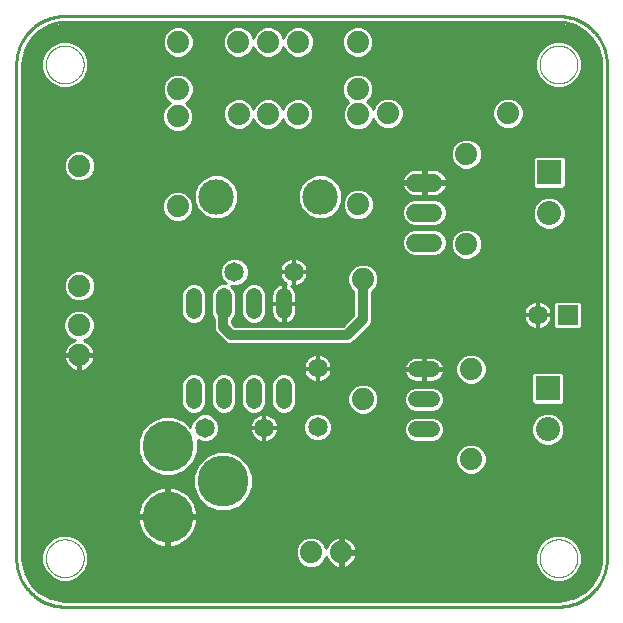
<source format=gbl>
G75*
%MOIN*%
%OFA0B0*%
%FSLAX25Y25*%
%IPPOS*%
%LPD*%
%AMOC8*
5,1,8,0,0,1.08239X$1,22.5*
%
%ADD10C,0.01000*%
%ADD11C,0.06500*%
%ADD12C,0.07400*%
%ADD13C,0.05200*%
%ADD14C,0.06000*%
%ADD15C,0.11811*%
%ADD16R,0.06500X0.06500*%
%ADD17C,0.00000*%
%ADD18R,0.08000X0.08000*%
%ADD19C,0.08000*%
%ADD20C,0.17000*%
%ADD21C,0.03200*%
D10*
X0020989Y0018574D02*
X0019143Y0021771D01*
X0018188Y0025337D01*
X0018067Y0027183D01*
X0018067Y0191750D01*
X0018188Y0193596D01*
X0019143Y0197162D01*
X0020989Y0200359D01*
X0023600Y0202970D01*
X0026797Y0204815D01*
X0030363Y0205771D01*
X0032209Y0205892D01*
X0196776Y0205892D01*
X0198621Y0205771D01*
X0202187Y0204815D01*
X0205385Y0202970D01*
X0207995Y0200359D01*
X0209841Y0197162D01*
X0210796Y0193596D01*
X0210917Y0191750D01*
X0210917Y0027183D01*
X0210796Y0025337D01*
X0209841Y0021771D01*
X0207995Y0018574D01*
X0205385Y0015964D01*
X0202187Y0014118D01*
X0198621Y0013162D01*
X0196776Y0013041D01*
X0032209Y0013041D01*
X0030363Y0013162D01*
X0026797Y0014118D01*
X0023600Y0015964D01*
X0020989Y0018574D01*
X0020726Y0019030D02*
X0208258Y0019030D01*
X0208834Y0020028D02*
X0199882Y0020028D01*
X0201193Y0020571D02*
X0198327Y0019384D01*
X0195224Y0019384D01*
X0192358Y0020571D01*
X0190164Y0022765D01*
X0188976Y0025632D01*
X0188976Y0028735D01*
X0190164Y0031601D01*
X0192358Y0033795D01*
X0195224Y0034982D01*
X0198327Y0034982D01*
X0201193Y0033795D01*
X0203387Y0031601D01*
X0204575Y0028735D01*
X0204575Y0025632D01*
X0203387Y0022765D01*
X0201193Y0020571D01*
X0201649Y0021027D02*
X0209411Y0021027D01*
X0209909Y0022025D02*
X0202647Y0022025D01*
X0203494Y0023024D02*
X0210176Y0023024D01*
X0210444Y0024022D02*
X0203908Y0024022D01*
X0204322Y0025021D02*
X0210711Y0025021D01*
X0210841Y0026019D02*
X0204575Y0026019D01*
X0204575Y0027018D02*
X0210906Y0027018D01*
X0210917Y0028016D02*
X0204575Y0028016D01*
X0204459Y0029015D02*
X0210917Y0029015D01*
X0210917Y0030013D02*
X0204045Y0030013D01*
X0203632Y0031012D02*
X0210917Y0031012D01*
X0210917Y0032010D02*
X0202978Y0032010D01*
X0201980Y0033009D02*
X0210917Y0033009D01*
X0210917Y0034007D02*
X0200681Y0034007D01*
X0212918Y0027183D02*
X0212913Y0026793D01*
X0212899Y0026403D01*
X0212876Y0026014D01*
X0212843Y0025625D01*
X0212800Y0025237D01*
X0212749Y0024851D01*
X0212688Y0024465D01*
X0212617Y0024082D01*
X0212538Y0023700D01*
X0212449Y0023320D01*
X0212351Y0022942D01*
X0212244Y0022567D01*
X0212128Y0022195D01*
X0212003Y0021825D01*
X0211869Y0021459D01*
X0211726Y0021096D01*
X0211575Y0020736D01*
X0211415Y0020381D01*
X0211246Y0020029D01*
X0211069Y0019681D01*
X0210884Y0019338D01*
X0210690Y0019000D01*
X0210488Y0018666D01*
X0210278Y0018337D01*
X0210061Y0018013D01*
X0209835Y0017695D01*
X0209602Y0017382D01*
X0209362Y0017075D01*
X0209114Y0016774D01*
X0208858Y0016479D01*
X0208596Y0016190D01*
X0208327Y0015908D01*
X0208051Y0015632D01*
X0207769Y0015363D01*
X0207480Y0015101D01*
X0207185Y0014845D01*
X0206884Y0014597D01*
X0206577Y0014357D01*
X0206264Y0014124D01*
X0205946Y0013898D01*
X0205622Y0013681D01*
X0205293Y0013471D01*
X0204959Y0013269D01*
X0204621Y0013075D01*
X0204278Y0012890D01*
X0203930Y0012713D01*
X0203578Y0012544D01*
X0203223Y0012384D01*
X0202863Y0012233D01*
X0202500Y0012090D01*
X0202134Y0011956D01*
X0201764Y0011831D01*
X0201392Y0011715D01*
X0201017Y0011608D01*
X0200639Y0011510D01*
X0200259Y0011421D01*
X0199877Y0011342D01*
X0199494Y0011271D01*
X0199108Y0011210D01*
X0198722Y0011159D01*
X0198334Y0011116D01*
X0197945Y0011083D01*
X0197556Y0011060D01*
X0197166Y0011046D01*
X0196776Y0011041D01*
X0032209Y0011041D01*
X0027099Y0014037D02*
X0201885Y0014037D01*
X0203777Y0015036D02*
X0025208Y0015036D01*
X0026797Y0014118D02*
X0026797Y0014118D01*
X0023529Y0016034D02*
X0205455Y0016034D01*
X0206453Y0017033D02*
X0022531Y0017033D01*
X0021532Y0018031D02*
X0207452Y0018031D01*
X0212917Y0027183D02*
X0212917Y0191750D01*
X0210916Y0191772D02*
X0204575Y0191772D01*
X0204575Y0190773D02*
X0210917Y0190773D01*
X0210917Y0189775D02*
X0204399Y0189775D01*
X0204575Y0190199D02*
X0203387Y0187332D01*
X0201193Y0185138D01*
X0198327Y0183951D01*
X0195224Y0183951D01*
X0192358Y0185138D01*
X0190164Y0187332D01*
X0188976Y0190199D01*
X0188976Y0193301D01*
X0190164Y0196168D01*
X0192358Y0198362D01*
X0195224Y0199549D01*
X0198327Y0199549D01*
X0201193Y0198362D01*
X0203387Y0196168D01*
X0204575Y0193301D01*
X0204575Y0190199D01*
X0203986Y0188776D02*
X0210917Y0188776D01*
X0210917Y0187778D02*
X0203572Y0187778D01*
X0202835Y0186779D02*
X0210917Y0186779D01*
X0210917Y0185781D02*
X0201836Y0185781D01*
X0200334Y0184782D02*
X0210917Y0184782D01*
X0210917Y0183784D02*
X0135046Y0183784D01*
X0135046Y0184517D02*
X0134255Y0186428D01*
X0132792Y0187891D01*
X0130881Y0188682D01*
X0128812Y0188682D01*
X0126901Y0187891D01*
X0125438Y0186428D01*
X0124646Y0184517D01*
X0124646Y0182448D01*
X0125438Y0180537D01*
X0126784Y0179191D01*
X0125635Y0178042D01*
X0124843Y0176131D01*
X0124843Y0174062D01*
X0125635Y0172151D01*
X0127098Y0170688D01*
X0129009Y0169897D01*
X0131078Y0169897D01*
X0132989Y0170688D01*
X0134452Y0172151D01*
X0135085Y0173681D01*
X0135556Y0172545D01*
X0137019Y0171082D01*
X0138930Y0170290D01*
X0140999Y0170290D01*
X0142910Y0171082D01*
X0144373Y0172545D01*
X0145165Y0174456D01*
X0145165Y0176525D01*
X0144373Y0178436D01*
X0142910Y0179899D01*
X0140999Y0180690D01*
X0138930Y0180690D01*
X0137019Y0179899D01*
X0135556Y0178436D01*
X0134922Y0176906D01*
X0134452Y0178042D01*
X0133106Y0179388D01*
X0134255Y0180537D01*
X0135046Y0182448D01*
X0135046Y0184517D01*
X0134936Y0184782D02*
X0193217Y0184782D01*
X0191715Y0185781D02*
X0134523Y0185781D01*
X0133903Y0186779D02*
X0190716Y0186779D01*
X0189979Y0187778D02*
X0132905Y0187778D01*
X0126788Y0187778D02*
X0073062Y0187778D01*
X0072949Y0187891D02*
X0071038Y0188682D01*
X0068970Y0188682D01*
X0067058Y0187891D01*
X0065596Y0186428D01*
X0064804Y0184517D01*
X0064804Y0182448D01*
X0065596Y0180537D01*
X0067058Y0179074D01*
X0067200Y0179015D01*
X0066862Y0178875D01*
X0065399Y0177412D01*
X0064607Y0175501D01*
X0064607Y0173432D01*
X0065399Y0171521D01*
X0066862Y0170058D01*
X0068773Y0169267D01*
X0070841Y0169267D01*
X0072753Y0170058D01*
X0074215Y0171521D01*
X0075007Y0173432D01*
X0075007Y0175501D01*
X0074215Y0177412D01*
X0072753Y0178875D01*
X0072611Y0178934D01*
X0072949Y0179074D01*
X0074412Y0180537D01*
X0075204Y0182448D01*
X0075204Y0184517D01*
X0074412Y0186428D01*
X0072949Y0187891D01*
X0074061Y0186779D02*
X0125790Y0186779D01*
X0125170Y0185781D02*
X0074680Y0185781D01*
X0075094Y0184782D02*
X0124757Y0184782D01*
X0124646Y0183784D02*
X0075204Y0183784D01*
X0075204Y0182785D02*
X0124646Y0182785D01*
X0124920Y0181787D02*
X0074930Y0181787D01*
X0074516Y0180788D02*
X0125334Y0180788D01*
X0126185Y0179790D02*
X0112484Y0179790D01*
X0112792Y0179662D02*
X0110881Y0180454D01*
X0108812Y0180454D01*
X0106901Y0179662D01*
X0105438Y0178200D01*
X0104925Y0176961D01*
X0104412Y0178200D01*
X0102949Y0179662D01*
X0101038Y0180454D01*
X0098970Y0180454D01*
X0097058Y0179662D01*
X0095596Y0178200D01*
X0095083Y0176961D01*
X0094570Y0178200D01*
X0093107Y0179662D01*
X0091196Y0180454D01*
X0089127Y0180454D01*
X0087216Y0179662D01*
X0085753Y0178200D01*
X0084961Y0176288D01*
X0084961Y0174220D01*
X0085753Y0172308D01*
X0087216Y0170846D01*
X0089127Y0170054D01*
X0091196Y0170054D01*
X0093107Y0170846D01*
X0094570Y0172308D01*
X0095083Y0173547D01*
X0095596Y0172308D01*
X0097058Y0170846D01*
X0098970Y0170054D01*
X0101038Y0170054D01*
X0102949Y0170846D01*
X0104412Y0172308D01*
X0104925Y0173547D01*
X0105438Y0172308D01*
X0106901Y0170846D01*
X0108812Y0170054D01*
X0110881Y0170054D01*
X0112792Y0170846D01*
X0114255Y0172308D01*
X0115046Y0174220D01*
X0115046Y0176288D01*
X0114255Y0178200D01*
X0112792Y0179662D01*
X0113663Y0178791D02*
X0126384Y0178791D01*
X0125532Y0177793D02*
X0114423Y0177793D01*
X0114837Y0176794D02*
X0125118Y0176794D01*
X0124843Y0175796D02*
X0115046Y0175796D01*
X0115046Y0174797D02*
X0124843Y0174797D01*
X0124952Y0173799D02*
X0114872Y0173799D01*
X0114459Y0172800D02*
X0125366Y0172800D01*
X0125984Y0171802D02*
X0113748Y0171802D01*
X0112690Y0170803D02*
X0126983Y0170803D01*
X0133104Y0170803D02*
X0137692Y0170803D01*
X0136299Y0171802D02*
X0134102Y0171802D01*
X0134721Y0172800D02*
X0135450Y0172800D01*
X0135290Y0177793D02*
X0134555Y0177793D01*
X0133702Y0178791D02*
X0135912Y0178791D01*
X0136910Y0179790D02*
X0133508Y0179790D01*
X0134359Y0180788D02*
X0210917Y0180788D01*
X0210917Y0179790D02*
X0183019Y0179790D01*
X0182910Y0179899D02*
X0180999Y0180690D01*
X0178930Y0180690D01*
X0177019Y0179899D01*
X0175556Y0178436D01*
X0174765Y0176525D01*
X0174765Y0174456D01*
X0175556Y0172545D01*
X0177019Y0171082D01*
X0178930Y0170290D01*
X0180999Y0170290D01*
X0182910Y0171082D01*
X0184373Y0172545D01*
X0185165Y0174456D01*
X0185165Y0176525D01*
X0184373Y0178436D01*
X0182910Y0179899D01*
X0184017Y0178791D02*
X0210917Y0178791D01*
X0210917Y0177793D02*
X0184639Y0177793D01*
X0185053Y0176794D02*
X0210917Y0176794D01*
X0210917Y0175796D02*
X0185165Y0175796D01*
X0185165Y0174797D02*
X0210917Y0174797D01*
X0210917Y0173799D02*
X0184892Y0173799D01*
X0184479Y0172800D02*
X0210917Y0172800D01*
X0210917Y0171802D02*
X0183630Y0171802D01*
X0182237Y0170803D02*
X0210917Y0170803D01*
X0210917Y0169805D02*
X0072141Y0169805D01*
X0073498Y0170803D02*
X0087318Y0170803D01*
X0086260Y0171802D02*
X0074332Y0171802D01*
X0074745Y0172800D02*
X0085549Y0172800D01*
X0085136Y0173799D02*
X0075007Y0173799D01*
X0075007Y0174797D02*
X0084961Y0174797D01*
X0084961Y0175796D02*
X0074885Y0175796D01*
X0074471Y0176794D02*
X0085171Y0176794D01*
X0085585Y0177793D02*
X0073835Y0177793D01*
X0072836Y0178791D02*
X0086345Y0178791D01*
X0087524Y0179790D02*
X0073665Y0179790D01*
X0066778Y0178791D02*
X0018067Y0178791D01*
X0018067Y0177793D02*
X0065779Y0177793D01*
X0065143Y0176794D02*
X0018067Y0176794D01*
X0018067Y0175796D02*
X0064729Y0175796D01*
X0064607Y0174797D02*
X0018067Y0174797D01*
X0018067Y0173799D02*
X0064607Y0173799D01*
X0064869Y0172800D02*
X0018067Y0172800D01*
X0018067Y0171802D02*
X0065282Y0171802D01*
X0066117Y0170803D02*
X0018067Y0170803D01*
X0018067Y0169805D02*
X0067474Y0169805D01*
X0066343Y0179790D02*
X0018067Y0179790D01*
X0018067Y0180788D02*
X0065491Y0180788D01*
X0065078Y0181787D02*
X0018067Y0181787D01*
X0018067Y0182785D02*
X0064804Y0182785D01*
X0064804Y0183784D02*
X0018067Y0183784D01*
X0018067Y0184782D02*
X0028650Y0184782D01*
X0027791Y0185138D02*
X0030657Y0183951D01*
X0033760Y0183951D01*
X0036627Y0185138D01*
X0038821Y0187332D01*
X0040008Y0190199D01*
X0040008Y0193301D01*
X0038821Y0196168D01*
X0036627Y0198362D01*
X0033760Y0199549D01*
X0030657Y0199549D01*
X0027791Y0198362D01*
X0025597Y0196168D01*
X0024409Y0193301D01*
X0024409Y0190199D01*
X0025597Y0187332D01*
X0027791Y0185138D01*
X0027148Y0185781D02*
X0018067Y0185781D01*
X0018067Y0186779D02*
X0026150Y0186779D01*
X0025412Y0187778D02*
X0018067Y0187778D01*
X0018067Y0188776D02*
X0024999Y0188776D01*
X0024585Y0189775D02*
X0018067Y0189775D01*
X0018067Y0190773D02*
X0024409Y0190773D01*
X0024409Y0191772D02*
X0018068Y0191772D01*
X0018134Y0192771D02*
X0024409Y0192771D01*
X0024603Y0193769D02*
X0018234Y0193769D01*
X0018502Y0194768D02*
X0025017Y0194768D01*
X0025430Y0195766D02*
X0018769Y0195766D01*
X0019037Y0196765D02*
X0026193Y0196765D01*
X0027192Y0197763D02*
X0019490Y0197763D01*
X0020067Y0198762D02*
X0028756Y0198762D01*
X0024959Y0203754D02*
X0067337Y0203754D01*
X0067058Y0203639D02*
X0065596Y0202176D01*
X0064804Y0200265D01*
X0064804Y0198196D01*
X0065596Y0196285D01*
X0067058Y0194822D01*
X0068970Y0194030D01*
X0071038Y0194030D01*
X0072949Y0194822D01*
X0074412Y0196285D01*
X0075204Y0198196D01*
X0075204Y0200265D01*
X0074412Y0202176D01*
X0072949Y0203639D01*
X0071038Y0204430D01*
X0068970Y0204430D01*
X0067058Y0203639D01*
X0066175Y0202756D02*
X0023386Y0202756D01*
X0022387Y0201757D02*
X0065422Y0201757D01*
X0065008Y0200759D02*
X0021389Y0200759D01*
X0020643Y0199760D02*
X0064804Y0199760D01*
X0064804Y0198762D02*
X0035662Y0198762D01*
X0037225Y0197763D02*
X0064983Y0197763D01*
X0065397Y0196765D02*
X0038224Y0196765D01*
X0038987Y0195766D02*
X0066114Y0195766D01*
X0067190Y0194768D02*
X0039401Y0194768D01*
X0039814Y0193769D02*
X0189170Y0193769D01*
X0188976Y0192771D02*
X0040008Y0192771D01*
X0040008Y0191772D02*
X0188976Y0191772D01*
X0188976Y0190773D02*
X0040008Y0190773D01*
X0039832Y0189775D02*
X0189152Y0189775D01*
X0189566Y0188776D02*
X0039419Y0188776D01*
X0039005Y0187778D02*
X0066946Y0187778D01*
X0065947Y0186779D02*
X0038268Y0186779D01*
X0037269Y0185781D02*
X0065328Y0185781D01*
X0064914Y0184782D02*
X0035767Y0184782D01*
X0016067Y0191750D02*
X0016072Y0192140D01*
X0016086Y0192530D01*
X0016109Y0192919D01*
X0016142Y0193308D01*
X0016185Y0193696D01*
X0016236Y0194082D01*
X0016297Y0194468D01*
X0016368Y0194851D01*
X0016447Y0195233D01*
X0016536Y0195613D01*
X0016634Y0195991D01*
X0016741Y0196366D01*
X0016857Y0196738D01*
X0016982Y0197108D01*
X0017116Y0197474D01*
X0017259Y0197837D01*
X0017410Y0198197D01*
X0017570Y0198552D01*
X0017739Y0198904D01*
X0017916Y0199252D01*
X0018101Y0199595D01*
X0018295Y0199933D01*
X0018497Y0200267D01*
X0018707Y0200596D01*
X0018924Y0200920D01*
X0019150Y0201238D01*
X0019383Y0201551D01*
X0019623Y0201858D01*
X0019871Y0202159D01*
X0020127Y0202454D01*
X0020389Y0202743D01*
X0020658Y0203025D01*
X0020934Y0203301D01*
X0021216Y0203570D01*
X0021505Y0203832D01*
X0021800Y0204088D01*
X0022101Y0204336D01*
X0022408Y0204576D01*
X0022721Y0204809D01*
X0023039Y0205035D01*
X0023363Y0205252D01*
X0023692Y0205462D01*
X0024026Y0205664D01*
X0024364Y0205858D01*
X0024707Y0206043D01*
X0025055Y0206220D01*
X0025407Y0206389D01*
X0025762Y0206549D01*
X0026122Y0206700D01*
X0026485Y0206843D01*
X0026851Y0206977D01*
X0027221Y0207102D01*
X0027593Y0207218D01*
X0027968Y0207325D01*
X0028346Y0207423D01*
X0028726Y0207512D01*
X0029108Y0207591D01*
X0029491Y0207662D01*
X0029877Y0207723D01*
X0030263Y0207774D01*
X0030651Y0207817D01*
X0031040Y0207850D01*
X0031429Y0207873D01*
X0031819Y0207887D01*
X0032209Y0207892D01*
X0196776Y0207892D01*
X0198695Y0205751D02*
X0030289Y0205751D01*
X0026688Y0204753D02*
X0202296Y0204753D01*
X0204025Y0203754D02*
X0132513Y0203754D01*
X0132792Y0203639D02*
X0130881Y0204430D01*
X0128812Y0204430D01*
X0126901Y0203639D01*
X0125438Y0202176D01*
X0124646Y0200265D01*
X0124646Y0198196D01*
X0125438Y0196285D01*
X0126901Y0194822D01*
X0128812Y0194030D01*
X0130881Y0194030D01*
X0132792Y0194822D01*
X0134255Y0196285D01*
X0135046Y0198196D01*
X0135046Y0200265D01*
X0134255Y0202176D01*
X0132792Y0203639D01*
X0133675Y0202756D02*
X0205598Y0202756D01*
X0206597Y0201757D02*
X0134428Y0201757D01*
X0134842Y0200759D02*
X0207595Y0200759D01*
X0208341Y0199760D02*
X0135046Y0199760D01*
X0135046Y0198762D02*
X0193322Y0198762D01*
X0191759Y0197763D02*
X0134867Y0197763D01*
X0134453Y0196765D02*
X0190760Y0196765D01*
X0189997Y0195766D02*
X0133736Y0195766D01*
X0132660Y0194768D02*
X0189584Y0194768D01*
X0196776Y0207892D02*
X0197166Y0207887D01*
X0197556Y0207873D01*
X0197945Y0207850D01*
X0198334Y0207817D01*
X0198722Y0207774D01*
X0199108Y0207723D01*
X0199494Y0207662D01*
X0199877Y0207591D01*
X0200259Y0207512D01*
X0200639Y0207423D01*
X0201017Y0207325D01*
X0201392Y0207218D01*
X0201764Y0207102D01*
X0202134Y0206977D01*
X0202500Y0206843D01*
X0202863Y0206700D01*
X0203223Y0206549D01*
X0203578Y0206389D01*
X0203930Y0206220D01*
X0204278Y0206043D01*
X0204621Y0205858D01*
X0204959Y0205664D01*
X0205293Y0205462D01*
X0205622Y0205252D01*
X0205946Y0205035D01*
X0206264Y0204809D01*
X0206577Y0204576D01*
X0206884Y0204336D01*
X0207185Y0204088D01*
X0207480Y0203832D01*
X0207769Y0203570D01*
X0208051Y0203301D01*
X0208327Y0203025D01*
X0208596Y0202743D01*
X0208858Y0202454D01*
X0209114Y0202159D01*
X0209362Y0201858D01*
X0209602Y0201551D01*
X0209835Y0201238D01*
X0210061Y0200920D01*
X0210278Y0200596D01*
X0210488Y0200267D01*
X0210690Y0199933D01*
X0210884Y0199595D01*
X0211069Y0199252D01*
X0211246Y0198904D01*
X0211415Y0198552D01*
X0211575Y0198197D01*
X0211726Y0197837D01*
X0211869Y0197474D01*
X0212003Y0197108D01*
X0212128Y0196738D01*
X0212244Y0196366D01*
X0212351Y0195991D01*
X0212449Y0195613D01*
X0212538Y0195233D01*
X0212617Y0194851D01*
X0212688Y0194468D01*
X0212749Y0194082D01*
X0212800Y0193696D01*
X0212843Y0193308D01*
X0212876Y0192919D01*
X0212899Y0192530D01*
X0212913Y0192140D01*
X0212918Y0191750D01*
X0210850Y0192771D02*
X0204575Y0192771D01*
X0204381Y0193769D02*
X0210750Y0193769D01*
X0210482Y0194768D02*
X0203968Y0194768D01*
X0203554Y0195766D02*
X0210215Y0195766D01*
X0209947Y0196765D02*
X0202791Y0196765D01*
X0201792Y0197763D02*
X0209494Y0197763D01*
X0208917Y0198762D02*
X0200229Y0198762D01*
X0210917Y0182785D02*
X0135046Y0182785D01*
X0134773Y0181787D02*
X0210917Y0181787D01*
X0210917Y0168806D02*
X0018067Y0168806D01*
X0018067Y0167808D02*
X0210917Y0167808D01*
X0210917Y0166809D02*
X0167727Y0166809D01*
X0167101Y0167068D02*
X0165033Y0167068D01*
X0163121Y0166277D01*
X0161659Y0164814D01*
X0160867Y0162903D01*
X0160867Y0160834D01*
X0161659Y0158923D01*
X0163121Y0157460D01*
X0165033Y0156668D01*
X0167101Y0156668D01*
X0169012Y0157460D01*
X0170475Y0158923D01*
X0171267Y0160834D01*
X0171267Y0162903D01*
X0170475Y0164814D01*
X0169012Y0166277D01*
X0167101Y0167068D01*
X0169478Y0165811D02*
X0210917Y0165811D01*
X0210917Y0164812D02*
X0170476Y0164812D01*
X0170890Y0163814D02*
X0210917Y0163814D01*
X0210917Y0162815D02*
X0171267Y0162815D01*
X0171267Y0161817D02*
X0210917Y0161817D01*
X0210917Y0160818D02*
X0198852Y0160818D01*
X0199126Y0160545D02*
X0198247Y0161423D01*
X0189005Y0161423D01*
X0188126Y0160545D01*
X0188126Y0151302D01*
X0189005Y0150423D01*
X0198247Y0150423D01*
X0199126Y0151302D01*
X0199126Y0160545D01*
X0199126Y0159820D02*
X0210917Y0159820D01*
X0210917Y0158821D02*
X0199126Y0158821D01*
X0199126Y0157823D02*
X0210917Y0157823D01*
X0210917Y0156824D02*
X0199126Y0156824D01*
X0199126Y0155826D02*
X0210917Y0155826D01*
X0210917Y0154827D02*
X0199126Y0154827D01*
X0199126Y0153829D02*
X0210917Y0153829D01*
X0210917Y0152830D02*
X0199126Y0152830D01*
X0199126Y0151832D02*
X0210917Y0151832D01*
X0210917Y0150833D02*
X0198657Y0150833D01*
X0196741Y0146806D02*
X0194720Y0147644D01*
X0192532Y0147644D01*
X0190510Y0146806D01*
X0188963Y0145259D01*
X0188126Y0143238D01*
X0188126Y0141050D01*
X0188963Y0139028D01*
X0190510Y0137481D01*
X0192532Y0136644D01*
X0194720Y0136644D01*
X0196741Y0137481D01*
X0198289Y0139028D01*
X0199126Y0141050D01*
X0199126Y0143238D01*
X0198289Y0145259D01*
X0196741Y0146806D01*
X0196663Y0146839D02*
X0210917Y0146839D01*
X0210917Y0145840D02*
X0197707Y0145840D01*
X0198462Y0144842D02*
X0210917Y0144842D01*
X0210917Y0143843D02*
X0198875Y0143843D01*
X0199126Y0142845D02*
X0210917Y0142845D01*
X0210917Y0141846D02*
X0199126Y0141846D01*
X0199042Y0140848D02*
X0210917Y0140848D01*
X0210917Y0139849D02*
X0198629Y0139849D01*
X0198111Y0138851D02*
X0210917Y0138851D01*
X0210917Y0137852D02*
X0197113Y0137852D01*
X0195227Y0136854D02*
X0210917Y0136854D01*
X0210917Y0135855D02*
X0169434Y0135855D01*
X0169012Y0136277D02*
X0167101Y0137068D01*
X0165033Y0137068D01*
X0163121Y0136277D01*
X0161659Y0134814D01*
X0160867Y0132903D01*
X0160867Y0130834D01*
X0161659Y0128923D01*
X0163121Y0127460D01*
X0165033Y0126668D01*
X0167101Y0126668D01*
X0169012Y0127460D01*
X0170475Y0128923D01*
X0171267Y0130834D01*
X0171267Y0132903D01*
X0170475Y0134814D01*
X0169012Y0136277D01*
X0167619Y0136854D02*
X0192025Y0136854D01*
X0190139Y0137852D02*
X0018067Y0137852D01*
X0018067Y0136854D02*
X0148037Y0136854D01*
X0148195Y0136919D02*
X0146541Y0136234D01*
X0145276Y0134968D01*
X0144591Y0133315D01*
X0144591Y0131524D01*
X0145276Y0129870D01*
X0146541Y0128604D01*
X0148195Y0127919D01*
X0155986Y0127919D01*
X0157640Y0128604D01*
X0158905Y0129870D01*
X0159591Y0131524D01*
X0159591Y0133315D01*
X0158905Y0134968D01*
X0157640Y0136234D01*
X0155986Y0136919D01*
X0148195Y0136919D01*
X0148195Y0137919D02*
X0146541Y0138604D01*
X0145276Y0139870D01*
X0144591Y0141524D01*
X0144591Y0143315D01*
X0145276Y0144968D01*
X0146541Y0146234D01*
X0148195Y0146919D01*
X0155986Y0146919D01*
X0157640Y0146234D01*
X0158905Y0144968D01*
X0159591Y0143315D01*
X0159591Y0141524D01*
X0158905Y0139870D01*
X0157640Y0138604D01*
X0155986Y0137919D01*
X0148195Y0137919D01*
X0146295Y0138851D02*
X0018067Y0138851D01*
X0018067Y0139849D02*
X0067366Y0139849D01*
X0066862Y0140058D02*
X0068773Y0139267D01*
X0070841Y0139267D01*
X0072753Y0140058D01*
X0074215Y0141521D01*
X0075007Y0143432D01*
X0075007Y0145501D01*
X0074215Y0147412D01*
X0072753Y0148875D01*
X0070841Y0149667D01*
X0068773Y0149667D01*
X0066862Y0148875D01*
X0065399Y0147412D01*
X0064607Y0145501D01*
X0064607Y0143432D01*
X0065399Y0141521D01*
X0066862Y0140058D01*
X0066072Y0140848D02*
X0018067Y0140848D01*
X0018067Y0141846D02*
X0065264Y0141846D01*
X0064850Y0142845D02*
X0018067Y0142845D01*
X0018067Y0143843D02*
X0064607Y0143843D01*
X0064607Y0144842D02*
X0018067Y0144842D01*
X0018067Y0145840D02*
X0064748Y0145840D01*
X0065161Y0146839D02*
X0018067Y0146839D01*
X0018067Y0147838D02*
X0065824Y0147838D01*
X0066823Y0148836D02*
X0018067Y0148836D01*
X0018067Y0149835D02*
X0075552Y0149835D01*
X0075276Y0149168D02*
X0075276Y0146222D01*
X0076403Y0143500D01*
X0078486Y0141417D01*
X0081208Y0140289D01*
X0084154Y0140289D01*
X0086876Y0141417D01*
X0088959Y0143500D01*
X0090087Y0146222D01*
X0090087Y0149168D01*
X0088959Y0151890D01*
X0086876Y0153973D01*
X0084154Y0155101D01*
X0081208Y0155101D01*
X0078486Y0153973D01*
X0076403Y0151890D01*
X0075276Y0149168D01*
X0075276Y0148836D02*
X0072792Y0148836D01*
X0073790Y0147838D02*
X0075276Y0147838D01*
X0075276Y0146839D02*
X0074453Y0146839D01*
X0074866Y0145840D02*
X0075434Y0145840D01*
X0075847Y0144842D02*
X0075007Y0144842D01*
X0075007Y0143843D02*
X0076261Y0143843D01*
X0077058Y0142845D02*
X0074764Y0142845D01*
X0074350Y0141846D02*
X0078057Y0141846D01*
X0079860Y0140848D02*
X0073542Y0140848D01*
X0072248Y0139849D02*
X0145297Y0139849D01*
X0144871Y0140848D02*
X0133149Y0140848D01*
X0132989Y0140688D02*
X0134452Y0142151D01*
X0135243Y0144062D01*
X0135243Y0146131D01*
X0134452Y0148042D01*
X0132989Y0149505D01*
X0131078Y0150297D01*
X0129009Y0150297D01*
X0127098Y0149505D01*
X0125635Y0148042D01*
X0124843Y0146131D01*
X0124843Y0144062D01*
X0125635Y0142151D01*
X0127098Y0140688D01*
X0129009Y0139897D01*
X0131078Y0139897D01*
X0132989Y0140688D01*
X0134147Y0141846D02*
X0144591Y0141846D01*
X0144591Y0142845D02*
X0134739Y0142845D01*
X0135153Y0143843D02*
X0144810Y0143843D01*
X0145223Y0144842D02*
X0135243Y0144842D01*
X0135243Y0145840D02*
X0146148Y0145840D01*
X0148001Y0146839D02*
X0134950Y0146839D01*
X0134536Y0147838D02*
X0210917Y0147838D01*
X0210917Y0148836D02*
X0157814Y0148836D01*
X0158022Y0148987D02*
X0158523Y0149488D01*
X0158939Y0150061D01*
X0159261Y0150692D01*
X0159480Y0151366D01*
X0159567Y0151919D01*
X0152591Y0151919D01*
X0152591Y0152919D01*
X0159567Y0152919D01*
X0159480Y0153473D01*
X0159261Y0154147D01*
X0158939Y0154778D01*
X0158523Y0155351D01*
X0158022Y0155852D01*
X0157449Y0156268D01*
X0156818Y0156590D01*
X0156144Y0156809D01*
X0155445Y0156919D01*
X0152591Y0156919D01*
X0152591Y0152919D01*
X0151591Y0152919D01*
X0151591Y0156919D01*
X0148736Y0156919D01*
X0148037Y0156809D01*
X0147363Y0156590D01*
X0146732Y0156268D01*
X0146159Y0155852D01*
X0145658Y0155351D01*
X0145242Y0154778D01*
X0144920Y0154147D01*
X0144701Y0153473D01*
X0144614Y0152919D01*
X0151590Y0152919D01*
X0151590Y0151919D01*
X0144614Y0151919D01*
X0144701Y0151366D01*
X0144920Y0150692D01*
X0145242Y0150061D01*
X0145658Y0149488D01*
X0146159Y0148987D01*
X0146732Y0148571D01*
X0147363Y0148249D01*
X0148037Y0148030D01*
X0148736Y0147919D01*
X0151591Y0147919D01*
X0151591Y0151919D01*
X0152591Y0151919D01*
X0152591Y0147919D01*
X0155445Y0147919D01*
X0156144Y0148030D01*
X0156818Y0148249D01*
X0157449Y0148571D01*
X0158022Y0148987D01*
X0158775Y0149835D02*
X0210917Y0149835D01*
X0210917Y0134857D02*
X0170432Y0134857D01*
X0170871Y0133858D02*
X0210917Y0133858D01*
X0210917Y0132860D02*
X0171267Y0132860D01*
X0171267Y0131861D02*
X0210917Y0131861D01*
X0210917Y0130863D02*
X0171267Y0130863D01*
X0170865Y0129864D02*
X0210917Y0129864D01*
X0210917Y0128866D02*
X0170418Y0128866D01*
X0169420Y0127867D02*
X0210917Y0127867D01*
X0210917Y0126869D02*
X0167585Y0126869D01*
X0164548Y0126869D02*
X0110662Y0126869D01*
X0110958Y0126718D02*
X0110292Y0127058D01*
X0109581Y0127289D01*
X0108842Y0127406D01*
X0108657Y0127406D01*
X0108657Y0122845D01*
X0108280Y0122845D01*
X0108280Y0127406D01*
X0108095Y0127406D01*
X0107356Y0127289D01*
X0106645Y0127058D01*
X0105979Y0126718D01*
X0105374Y0126279D01*
X0104845Y0125750D01*
X0104406Y0125145D01*
X0104067Y0124479D01*
X0103835Y0123768D01*
X0103719Y0123029D01*
X0103719Y0122845D01*
X0108279Y0122845D01*
X0108279Y0122467D01*
X0103719Y0122467D01*
X0103719Y0122282D01*
X0103835Y0121543D01*
X0104067Y0120832D01*
X0104406Y0120166D01*
X0104845Y0119561D01*
X0105374Y0119033D01*
X0105803Y0118721D01*
X0105523Y0118765D01*
X0105501Y0118765D01*
X0105501Y0112365D01*
X0109301Y0112365D01*
X0109301Y0114988D01*
X0109200Y0115625D01*
X0109000Y0116239D01*
X0108707Y0116814D01*
X0108328Y0117336D01*
X0107872Y0117792D01*
X0107610Y0117982D01*
X0108095Y0117906D01*
X0108280Y0117906D01*
X0108280Y0122467D01*
X0108657Y0122467D01*
X0108657Y0117906D01*
X0108842Y0117906D01*
X0109581Y0118023D01*
X0110292Y0118254D01*
X0110958Y0118593D01*
X0111563Y0119033D01*
X0112092Y0119561D01*
X0112531Y0120166D01*
X0112870Y0120832D01*
X0113102Y0121543D01*
X0113218Y0122282D01*
X0113218Y0122467D01*
X0108658Y0122467D01*
X0108658Y0122845D01*
X0113218Y0122845D01*
X0113218Y0123029D01*
X0113102Y0123768D01*
X0112870Y0124479D01*
X0112531Y0125145D01*
X0112092Y0125750D01*
X0111563Y0126279D01*
X0110958Y0126718D01*
X0111971Y0125870D02*
X0210917Y0125870D01*
X0210917Y0124872D02*
X0133884Y0124872D01*
X0134485Y0124623D02*
X0132574Y0125415D01*
X0130505Y0125415D01*
X0128594Y0124623D01*
X0127131Y0123160D01*
X0126339Y0121249D01*
X0126339Y0119180D01*
X0127131Y0117269D01*
X0128439Y0115961D01*
X0128439Y0108113D01*
X0125019Y0104693D01*
X0089005Y0104693D01*
X0088065Y0105633D01*
X0088065Y0106531D01*
X0088677Y0107143D01*
X0089301Y0108650D01*
X0089301Y0115481D01*
X0088677Y0116988D01*
X0087702Y0117962D01*
X0087839Y0117906D01*
X0089728Y0117906D01*
X0091474Y0118629D01*
X0092810Y0119965D01*
X0093533Y0121711D01*
X0093533Y0123600D01*
X0092810Y0125346D01*
X0091474Y0126682D01*
X0089728Y0127406D01*
X0087839Y0127406D01*
X0086093Y0126682D01*
X0084757Y0125346D01*
X0084033Y0123600D01*
X0084033Y0121711D01*
X0084757Y0119965D01*
X0085957Y0118765D01*
X0084385Y0118765D01*
X0082878Y0118141D01*
X0081725Y0116988D01*
X0081101Y0115481D01*
X0081101Y0108650D01*
X0081725Y0107143D01*
X0081865Y0107003D01*
X0081865Y0103732D01*
X0082337Y0102593D01*
X0083209Y0101720D01*
X0085964Y0098965D01*
X0087104Y0098493D01*
X0126920Y0098493D01*
X0128059Y0098965D01*
X0134167Y0105073D01*
X0134639Y0106212D01*
X0134639Y0115961D01*
X0135948Y0117269D01*
X0136739Y0119180D01*
X0136739Y0121249D01*
X0135948Y0123160D01*
X0134485Y0124623D01*
X0135235Y0123873D02*
X0210917Y0123873D01*
X0210917Y0122875D02*
X0136066Y0122875D01*
X0136480Y0121876D02*
X0210917Y0121876D01*
X0210917Y0120878D02*
X0136739Y0120878D01*
X0136739Y0119879D02*
X0210917Y0119879D01*
X0210917Y0118881D02*
X0136615Y0118881D01*
X0136202Y0117882D02*
X0210917Y0117882D01*
X0210917Y0116884D02*
X0135562Y0116884D01*
X0134639Y0115885D02*
X0210917Y0115885D01*
X0210917Y0114887D02*
X0134639Y0114887D01*
X0134639Y0113888D02*
X0210917Y0113888D01*
X0210917Y0112890D02*
X0203824Y0112890D01*
X0203678Y0113036D02*
X0195936Y0113036D01*
X0195057Y0112157D01*
X0195057Y0104414D01*
X0195936Y0103536D01*
X0203678Y0103536D01*
X0204557Y0104414D01*
X0204557Y0112157D01*
X0203678Y0113036D01*
X0204557Y0111891D02*
X0210917Y0111891D01*
X0210917Y0110893D02*
X0204557Y0110893D01*
X0204557Y0109894D02*
X0210917Y0109894D01*
X0210917Y0108896D02*
X0204557Y0108896D01*
X0204557Y0107897D02*
X0210917Y0107897D01*
X0210917Y0106899D02*
X0204557Y0106899D01*
X0204557Y0105900D02*
X0210917Y0105900D01*
X0210917Y0104902D02*
X0204557Y0104902D01*
X0204046Y0103903D02*
X0210917Y0103903D01*
X0210917Y0102905D02*
X0131999Y0102905D01*
X0132998Y0103903D02*
X0187946Y0103903D01*
X0187984Y0103884D02*
X0188695Y0103653D01*
X0189433Y0103536D01*
X0189618Y0103536D01*
X0189618Y0108096D01*
X0189996Y0108096D01*
X0189996Y0103536D01*
X0190181Y0103536D01*
X0190919Y0103653D01*
X0191630Y0103884D01*
X0192297Y0104223D01*
X0192902Y0104662D01*
X0193430Y0105191D01*
X0193870Y0105796D01*
X0194209Y0106462D01*
X0194440Y0107173D01*
X0194557Y0107912D01*
X0194557Y0108097D01*
X0189996Y0108097D01*
X0189996Y0108475D01*
X0189618Y0108475D01*
X0189618Y0113036D01*
X0189433Y0113036D01*
X0188695Y0112919D01*
X0187984Y0112688D01*
X0187318Y0112348D01*
X0186713Y0111909D01*
X0186184Y0111380D01*
X0185745Y0110775D01*
X0185405Y0110109D01*
X0185174Y0109398D01*
X0185057Y0108659D01*
X0185057Y0108475D01*
X0189618Y0108475D01*
X0189618Y0108097D01*
X0185057Y0108097D01*
X0185057Y0107912D01*
X0185174Y0107173D01*
X0185405Y0106462D01*
X0185745Y0105796D01*
X0186184Y0105191D01*
X0186713Y0104662D01*
X0187318Y0104223D01*
X0187984Y0103884D01*
X0189618Y0103903D02*
X0189996Y0103903D01*
X0189996Y0104902D02*
X0189618Y0104902D01*
X0189618Y0105900D02*
X0189996Y0105900D01*
X0189996Y0106899D02*
X0189618Y0106899D01*
X0189618Y0107897D02*
X0189996Y0107897D01*
X0189996Y0108475D02*
X0194557Y0108475D01*
X0194557Y0108659D01*
X0194440Y0109398D01*
X0194209Y0110109D01*
X0193870Y0110775D01*
X0193430Y0111380D01*
X0192902Y0111909D01*
X0192297Y0112348D01*
X0191630Y0112688D01*
X0190919Y0112919D01*
X0190181Y0113036D01*
X0189996Y0113036D01*
X0189996Y0108475D01*
X0189996Y0108896D02*
X0189618Y0108896D01*
X0189618Y0109894D02*
X0189996Y0109894D01*
X0189996Y0110893D02*
X0189618Y0110893D01*
X0189618Y0111891D02*
X0189996Y0111891D01*
X0189996Y0112890D02*
X0189618Y0112890D01*
X0188606Y0112890D02*
X0134639Y0112890D01*
X0134639Y0111891D02*
X0186695Y0111891D01*
X0185830Y0110893D02*
X0134639Y0110893D01*
X0134639Y0109894D02*
X0185335Y0109894D01*
X0185095Y0108896D02*
X0134639Y0108896D01*
X0134639Y0107897D02*
X0185059Y0107897D01*
X0185263Y0106899D02*
X0134639Y0106899D01*
X0134510Y0105900D02*
X0185692Y0105900D01*
X0186474Y0104902D02*
X0133996Y0104902D01*
X0131001Y0101906D02*
X0210917Y0101906D01*
X0210917Y0100907D02*
X0130002Y0100907D01*
X0129004Y0099909D02*
X0210917Y0099909D01*
X0210917Y0098910D02*
X0127928Y0098910D01*
X0125228Y0104902D02*
X0088796Y0104902D01*
X0088065Y0105900D02*
X0093094Y0105900D01*
X0092878Y0105989D02*
X0094385Y0105365D01*
X0096016Y0105365D01*
X0097523Y0105989D01*
X0098677Y0107143D01*
X0099301Y0108650D01*
X0099301Y0115481D01*
X0098677Y0116988D01*
X0097523Y0118141D01*
X0096016Y0118765D01*
X0094385Y0118765D01*
X0092878Y0118141D01*
X0091725Y0116988D01*
X0091101Y0115481D01*
X0091101Y0108650D01*
X0091725Y0107143D01*
X0092878Y0105989D01*
X0091969Y0106899D02*
X0088433Y0106899D01*
X0088989Y0107897D02*
X0091412Y0107897D01*
X0091101Y0108896D02*
X0089301Y0108896D01*
X0089301Y0109894D02*
X0091101Y0109894D01*
X0091101Y0110893D02*
X0089301Y0110893D01*
X0089301Y0111891D02*
X0091101Y0111891D01*
X0091101Y0112890D02*
X0089301Y0112890D01*
X0089301Y0113888D02*
X0091101Y0113888D01*
X0091101Y0114887D02*
X0089301Y0114887D01*
X0089133Y0115885D02*
X0091268Y0115885D01*
X0091682Y0116884D02*
X0088720Y0116884D01*
X0087782Y0117882D02*
X0092620Y0117882D01*
X0091726Y0118881D02*
X0105583Y0118881D01*
X0104901Y0118765D02*
X0104878Y0118765D01*
X0104241Y0118664D01*
X0103627Y0118465D01*
X0103052Y0118172D01*
X0102530Y0117792D01*
X0102073Y0117336D01*
X0101694Y0116814D01*
X0101401Y0116239D01*
X0101202Y0115625D01*
X0101101Y0114988D01*
X0101101Y0112365D01*
X0104901Y0112365D01*
X0104901Y0118765D01*
X0104901Y0117882D02*
X0105501Y0117882D01*
X0105501Y0116884D02*
X0104901Y0116884D01*
X0104901Y0115885D02*
X0105501Y0115885D01*
X0105501Y0114887D02*
X0104901Y0114887D01*
X0104901Y0113888D02*
X0105501Y0113888D01*
X0105501Y0112890D02*
X0104901Y0112890D01*
X0104901Y0112365D02*
X0105501Y0112365D01*
X0105501Y0111765D01*
X0109301Y0111765D01*
X0109301Y0109142D01*
X0109200Y0108505D01*
X0109000Y0107891D01*
X0108707Y0107316D01*
X0108328Y0106794D01*
X0107872Y0106338D01*
X0107350Y0105958D01*
X0106775Y0105665D01*
X0106161Y0105466D01*
X0105523Y0105365D01*
X0105501Y0105365D01*
X0105501Y0111765D01*
X0104901Y0111765D01*
X0104901Y0105365D01*
X0104878Y0105365D01*
X0104241Y0105466D01*
X0103627Y0105665D01*
X0103052Y0105958D01*
X0102530Y0106338D01*
X0102073Y0106794D01*
X0101694Y0107316D01*
X0101401Y0107891D01*
X0101202Y0108505D01*
X0101101Y0109142D01*
X0101101Y0111765D01*
X0104901Y0111765D01*
X0104901Y0112365D01*
X0104901Y0111891D02*
X0099301Y0111891D01*
X0099301Y0110893D02*
X0101101Y0110893D01*
X0101101Y0109894D02*
X0099301Y0109894D01*
X0099301Y0108896D02*
X0101140Y0108896D01*
X0101399Y0107897D02*
X0098989Y0107897D01*
X0098433Y0106899D02*
X0101998Y0106899D01*
X0103167Y0105900D02*
X0097308Y0105900D01*
X0104901Y0105900D02*
X0105501Y0105900D01*
X0105501Y0106899D02*
X0104901Y0106899D01*
X0104901Y0107897D02*
X0105501Y0107897D01*
X0105501Y0108896D02*
X0104901Y0108896D01*
X0104901Y0109894D02*
X0105501Y0109894D01*
X0105501Y0110893D02*
X0104901Y0110893D01*
X0105501Y0111891D02*
X0128439Y0111891D01*
X0128439Y0110893D02*
X0109301Y0110893D01*
X0109301Y0109894D02*
X0128439Y0109894D01*
X0128439Y0108896D02*
X0109262Y0108896D01*
X0109002Y0107897D02*
X0128224Y0107897D01*
X0127225Y0106899D02*
X0108404Y0106899D01*
X0107235Y0105900D02*
X0126226Y0105900D01*
X0128439Y0112890D02*
X0109301Y0112890D01*
X0109301Y0113888D02*
X0128439Y0113888D01*
X0128439Y0114887D02*
X0109301Y0114887D01*
X0109115Y0115885D02*
X0128439Y0115885D01*
X0127516Y0116884D02*
X0108657Y0116884D01*
X0107748Y0117882D02*
X0126877Y0117882D01*
X0126463Y0118881D02*
X0111354Y0118881D01*
X0112323Y0119879D02*
X0126339Y0119879D01*
X0126339Y0120878D02*
X0112885Y0120878D01*
X0113154Y0121876D02*
X0126599Y0121876D01*
X0127013Y0122875D02*
X0113218Y0122875D01*
X0113067Y0123873D02*
X0127844Y0123873D01*
X0129194Y0124872D02*
X0112670Y0124872D01*
X0108657Y0124872D02*
X0108280Y0124872D01*
X0108280Y0125870D02*
X0108657Y0125870D01*
X0108657Y0126869D02*
X0108280Y0126869D01*
X0106275Y0126869D02*
X0091024Y0126869D01*
X0092286Y0125870D02*
X0104966Y0125870D01*
X0104267Y0124872D02*
X0093007Y0124872D01*
X0093420Y0123873D02*
X0103870Y0123873D01*
X0103719Y0122875D02*
X0093533Y0122875D01*
X0093533Y0121876D02*
X0103783Y0121876D01*
X0104052Y0120878D02*
X0093188Y0120878D01*
X0092725Y0119879D02*
X0104614Y0119879D01*
X0102653Y0117882D02*
X0097782Y0117882D01*
X0098720Y0116884D02*
X0101745Y0116884D01*
X0101286Y0115885D02*
X0099133Y0115885D01*
X0099301Y0114887D02*
X0101101Y0114887D01*
X0101101Y0113888D02*
X0099301Y0113888D01*
X0099301Y0112890D02*
X0101101Y0112890D01*
X0108280Y0118881D02*
X0108657Y0118881D01*
X0108657Y0119879D02*
X0108280Y0119879D01*
X0108280Y0120878D02*
X0108657Y0120878D01*
X0108657Y0121876D02*
X0108280Y0121876D01*
X0108280Y0122875D02*
X0108657Y0122875D01*
X0108657Y0123873D02*
X0108280Y0123873D01*
X0115854Y0140289D02*
X0118800Y0140289D01*
X0121522Y0141417D01*
X0123605Y0143500D01*
X0124732Y0146222D01*
X0124732Y0149168D01*
X0123605Y0151890D01*
X0121522Y0153973D01*
X0118800Y0155101D01*
X0115854Y0155101D01*
X0113132Y0153973D01*
X0111049Y0151890D01*
X0109921Y0149168D01*
X0109921Y0146222D01*
X0111049Y0143500D01*
X0113132Y0141417D01*
X0115854Y0140289D01*
X0114506Y0140848D02*
X0085502Y0140848D01*
X0087306Y0141846D02*
X0112702Y0141846D01*
X0111704Y0142845D02*
X0088304Y0142845D01*
X0089101Y0143843D02*
X0110906Y0143843D01*
X0110493Y0144842D02*
X0089515Y0144842D01*
X0089929Y0145840D02*
X0110079Y0145840D01*
X0109921Y0146839D02*
X0090087Y0146839D01*
X0090087Y0147838D02*
X0109921Y0147838D01*
X0109921Y0148836D02*
X0090087Y0148836D01*
X0089811Y0149835D02*
X0110197Y0149835D01*
X0110611Y0150833D02*
X0089397Y0150833D01*
X0088983Y0151832D02*
X0111025Y0151832D01*
X0111989Y0152830D02*
X0088019Y0152830D01*
X0087020Y0153829D02*
X0112987Y0153829D01*
X0115194Y0154827D02*
X0084814Y0154827D01*
X0080548Y0154827D02*
X0041222Y0154827D01*
X0041460Y0155064D02*
X0039997Y0153602D01*
X0038086Y0152810D01*
X0036017Y0152810D01*
X0034106Y0153602D01*
X0032643Y0155064D01*
X0031851Y0156976D01*
X0031851Y0159044D01*
X0032643Y0160956D01*
X0034106Y0162418D01*
X0036017Y0163210D01*
X0038086Y0163210D01*
X0039997Y0162418D01*
X0041460Y0160956D01*
X0042251Y0159044D01*
X0042251Y0156976D01*
X0041460Y0155064D01*
X0041775Y0155826D02*
X0146133Y0155826D01*
X0145278Y0154827D02*
X0119460Y0154827D01*
X0121666Y0153829D02*
X0144817Y0153829D01*
X0144628Y0151832D02*
X0123629Y0151832D01*
X0124043Y0150833D02*
X0144874Y0150833D01*
X0145406Y0149835D02*
X0132193Y0149835D01*
X0133658Y0148836D02*
X0146367Y0148836D01*
X0151591Y0148836D02*
X0152591Y0148836D01*
X0152591Y0149835D02*
X0151591Y0149835D01*
X0151591Y0150833D02*
X0152591Y0150833D01*
X0152591Y0151832D02*
X0151591Y0151832D01*
X0151590Y0152830D02*
X0122665Y0152830D01*
X0124456Y0149835D02*
X0127894Y0149835D01*
X0126429Y0148836D02*
X0124732Y0148836D01*
X0124732Y0147838D02*
X0125550Y0147838D01*
X0125137Y0146839D02*
X0124732Y0146839D01*
X0124843Y0145840D02*
X0124574Y0145840D01*
X0124843Y0144842D02*
X0124161Y0144842D01*
X0123747Y0143843D02*
X0124934Y0143843D01*
X0125348Y0142845D02*
X0122950Y0142845D01*
X0121951Y0141846D02*
X0125940Y0141846D01*
X0126938Y0140848D02*
X0120148Y0140848D01*
X0144816Y0133858D02*
X0018067Y0133858D01*
X0018067Y0132860D02*
X0144591Y0132860D01*
X0144591Y0131861D02*
X0018067Y0131861D01*
X0018067Y0130863D02*
X0144865Y0130863D01*
X0145282Y0129864D02*
X0018067Y0129864D01*
X0018067Y0128866D02*
X0146280Y0128866D01*
X0145229Y0134857D02*
X0018067Y0134857D01*
X0018067Y0135855D02*
X0146163Y0135855D01*
X0156144Y0136854D02*
X0164515Y0136854D01*
X0162700Y0135855D02*
X0158019Y0135855D01*
X0158952Y0134857D02*
X0161702Y0134857D01*
X0161263Y0133858D02*
X0159365Y0133858D01*
X0159591Y0132860D02*
X0160867Y0132860D01*
X0160867Y0131861D02*
X0159591Y0131861D01*
X0159317Y0130863D02*
X0160867Y0130863D01*
X0161269Y0129864D02*
X0158899Y0129864D01*
X0157901Y0128866D02*
X0161715Y0128866D01*
X0162714Y0127867D02*
X0018067Y0127867D01*
X0018067Y0126869D02*
X0086543Y0126869D01*
X0085281Y0125870D02*
X0018067Y0125870D01*
X0018067Y0124872D02*
X0084560Y0124872D01*
X0084146Y0123873D02*
X0018067Y0123873D01*
X0018067Y0122875D02*
X0035208Y0122875D01*
X0036017Y0123210D02*
X0034106Y0122418D01*
X0032643Y0120956D01*
X0031851Y0119044D01*
X0031851Y0116976D01*
X0032643Y0115064D01*
X0034106Y0113602D01*
X0036017Y0112810D01*
X0038086Y0112810D01*
X0039997Y0113602D01*
X0041460Y0115064D01*
X0042251Y0116976D01*
X0042251Y0119044D01*
X0041460Y0120956D01*
X0039997Y0122418D01*
X0038086Y0123210D01*
X0036017Y0123210D01*
X0033564Y0121876D02*
X0018067Y0121876D01*
X0018067Y0120878D02*
X0032611Y0120878D01*
X0032197Y0119879D02*
X0018067Y0119879D01*
X0018067Y0118881D02*
X0031851Y0118881D01*
X0031851Y0117882D02*
X0018067Y0117882D01*
X0018067Y0116884D02*
X0031889Y0116884D01*
X0032303Y0115885D02*
X0018067Y0115885D01*
X0018067Y0114887D02*
X0032821Y0114887D01*
X0033819Y0113888D02*
X0018067Y0113888D01*
X0018067Y0112890D02*
X0035825Y0112890D01*
X0038278Y0112890D02*
X0071101Y0112890D01*
X0071101Y0113888D02*
X0040283Y0113888D01*
X0041282Y0114887D02*
X0071101Y0114887D01*
X0071101Y0115481D02*
X0071101Y0108650D01*
X0071725Y0107143D01*
X0072878Y0105989D01*
X0074385Y0105365D01*
X0076016Y0105365D01*
X0077523Y0105989D01*
X0078677Y0107143D01*
X0079301Y0108650D01*
X0079301Y0115481D01*
X0078677Y0116988D01*
X0077523Y0118141D01*
X0076016Y0118765D01*
X0074385Y0118765D01*
X0072878Y0118141D01*
X0071725Y0116988D01*
X0071101Y0115481D01*
X0071268Y0115885D02*
X0041799Y0115885D01*
X0042213Y0116884D02*
X0071682Y0116884D01*
X0072620Y0117882D02*
X0042251Y0117882D01*
X0042251Y0118881D02*
X0085841Y0118881D01*
X0084842Y0119879D02*
X0041905Y0119879D01*
X0041492Y0120878D02*
X0084379Y0120878D01*
X0084033Y0121876D02*
X0040539Y0121876D01*
X0038895Y0122875D02*
X0084033Y0122875D01*
X0082620Y0117882D02*
X0077782Y0117882D01*
X0078720Y0116884D02*
X0081682Y0116884D01*
X0081268Y0115885D02*
X0079133Y0115885D01*
X0079301Y0114887D02*
X0081101Y0114887D01*
X0081101Y0113888D02*
X0079301Y0113888D01*
X0079301Y0112890D02*
X0081101Y0112890D01*
X0081101Y0111891D02*
X0079301Y0111891D01*
X0079301Y0110893D02*
X0081101Y0110893D01*
X0081101Y0109894D02*
X0079301Y0109894D01*
X0079301Y0108896D02*
X0081101Y0108896D01*
X0081412Y0107897D02*
X0078989Y0107897D01*
X0078433Y0106899D02*
X0081865Y0106899D01*
X0081865Y0105900D02*
X0077308Y0105900D01*
X0073094Y0105900D02*
X0042154Y0105900D01*
X0042172Y0105855D02*
X0041381Y0107767D01*
X0039918Y0109229D01*
X0038007Y0110021D01*
X0035938Y0110021D01*
X0034027Y0109229D01*
X0032564Y0107767D01*
X0031772Y0105855D01*
X0031772Y0103787D01*
X0032564Y0101875D01*
X0034027Y0100413D01*
X0035490Y0099807D01*
X0034976Y0099640D01*
X0034247Y0099268D01*
X0033585Y0098787D01*
X0033006Y0098209D01*
X0032525Y0097546D01*
X0032153Y0096817D01*
X0031900Y0096039D01*
X0031772Y0095230D01*
X0031772Y0095121D01*
X0036672Y0095121D01*
X0036672Y0094521D01*
X0031772Y0094521D01*
X0031772Y0094412D01*
X0031900Y0093603D01*
X0032153Y0092825D01*
X0032525Y0092096D01*
X0033006Y0091433D01*
X0033585Y0090855D01*
X0034247Y0090374D01*
X0034976Y0090002D01*
X0035755Y0089749D01*
X0036563Y0089621D01*
X0036672Y0089621D01*
X0036672Y0094521D01*
X0037272Y0094521D01*
X0037272Y0089621D01*
X0037382Y0089621D01*
X0038190Y0089749D01*
X0038969Y0090002D01*
X0039698Y0090374D01*
X0040360Y0090855D01*
X0040939Y0091433D01*
X0041420Y0092096D01*
X0041791Y0092825D01*
X0042044Y0093603D01*
X0042172Y0094412D01*
X0042172Y0094521D01*
X0037273Y0094521D01*
X0037273Y0095121D01*
X0042172Y0095121D01*
X0042172Y0095230D01*
X0042044Y0096039D01*
X0041791Y0096817D01*
X0041420Y0097546D01*
X0040939Y0098209D01*
X0040360Y0098787D01*
X0039698Y0099268D01*
X0038969Y0099640D01*
X0038455Y0099807D01*
X0039918Y0100413D01*
X0041381Y0101875D01*
X0042172Y0103787D01*
X0042172Y0105855D01*
X0042172Y0104902D02*
X0081865Y0104902D01*
X0081865Y0103903D02*
X0042172Y0103903D01*
X0041807Y0102905D02*
X0082207Y0102905D01*
X0083023Y0101906D02*
X0041393Y0101906D01*
X0040413Y0100907D02*
X0084022Y0100907D01*
X0083209Y0101720D02*
X0083209Y0101720D01*
X0085020Y0099909D02*
X0038702Y0099909D01*
X0040191Y0098910D02*
X0086095Y0098910D01*
X0086016Y0088765D02*
X0084385Y0088765D01*
X0082878Y0088141D01*
X0081725Y0086988D01*
X0081101Y0085481D01*
X0081101Y0078650D01*
X0081725Y0077143D01*
X0082878Y0075989D01*
X0084385Y0075365D01*
X0086016Y0075365D01*
X0087523Y0075989D01*
X0088677Y0077143D01*
X0089301Y0078650D01*
X0089301Y0085481D01*
X0088677Y0086988D01*
X0087523Y0088141D01*
X0086016Y0088765D01*
X0087737Y0087927D02*
X0092664Y0087927D01*
X0092878Y0088141D02*
X0091725Y0086988D01*
X0091101Y0085481D01*
X0091101Y0078650D01*
X0091725Y0077143D01*
X0092878Y0075989D01*
X0094385Y0075365D01*
X0096016Y0075365D01*
X0097523Y0075989D01*
X0098677Y0077143D01*
X0099301Y0078650D01*
X0099301Y0085481D01*
X0098677Y0086988D01*
X0097523Y0088141D01*
X0096016Y0088765D01*
X0094385Y0088765D01*
X0092878Y0088141D01*
X0091700Y0086928D02*
X0088701Y0086928D01*
X0089115Y0085930D02*
X0091287Y0085930D01*
X0091101Y0084931D02*
X0089301Y0084931D01*
X0089301Y0083933D02*
X0091101Y0083933D01*
X0091101Y0082934D02*
X0089301Y0082934D01*
X0089301Y0081936D02*
X0091101Y0081936D01*
X0091101Y0080937D02*
X0089301Y0080937D01*
X0089301Y0079939D02*
X0091101Y0079939D01*
X0091101Y0078940D02*
X0089301Y0078940D01*
X0089008Y0077942D02*
X0091394Y0077942D01*
X0091924Y0076943D02*
X0088477Y0076943D01*
X0087416Y0075945D02*
X0092986Y0075945D01*
X0095090Y0073948D02*
X0082319Y0073948D01*
X0082889Y0073378D02*
X0081553Y0074714D01*
X0079807Y0075437D01*
X0077917Y0075437D01*
X0076172Y0074714D01*
X0074835Y0073378D01*
X0074112Y0071632D01*
X0074112Y0071075D01*
X0072125Y0073062D01*
X0068450Y0074585D01*
X0064471Y0074585D01*
X0060796Y0073062D01*
X0057983Y0070249D01*
X0056461Y0066574D01*
X0056461Y0062596D01*
X0057983Y0058920D01*
X0060796Y0056107D01*
X0064471Y0054585D01*
X0068450Y0054585D01*
X0072125Y0056107D01*
X0074938Y0058920D01*
X0076461Y0062596D01*
X0076461Y0066541D01*
X0077917Y0065937D01*
X0079807Y0065937D01*
X0081553Y0066660D01*
X0082889Y0067996D01*
X0083612Y0069742D01*
X0083612Y0071632D01*
X0082889Y0073378D01*
X0083067Y0072949D02*
X0094369Y0072949D01*
X0094485Y0073177D02*
X0094145Y0072510D01*
X0093914Y0071799D01*
X0093797Y0071061D01*
X0093797Y0070876D01*
X0098358Y0070876D01*
X0098358Y0070498D01*
X0093797Y0070498D01*
X0093797Y0070313D01*
X0093914Y0069575D01*
X0094145Y0068864D01*
X0094485Y0068198D01*
X0094924Y0067593D01*
X0095453Y0067064D01*
X0096058Y0066625D01*
X0096724Y0066285D01*
X0097435Y0066054D01*
X0098173Y0065937D01*
X0098358Y0065937D01*
X0098358Y0070498D01*
X0098736Y0070498D01*
X0098736Y0065937D01*
X0098921Y0065937D01*
X0099660Y0066054D01*
X0100371Y0066285D01*
X0101037Y0066625D01*
X0101642Y0067064D01*
X0102170Y0067593D01*
X0102610Y0068198D01*
X0102949Y0068864D01*
X0103180Y0069575D01*
X0103297Y0070313D01*
X0103297Y0070498D01*
X0098736Y0070498D01*
X0098736Y0070876D01*
X0098358Y0070876D01*
X0098358Y0075437D01*
X0098173Y0075437D01*
X0097435Y0075320D01*
X0096724Y0075089D01*
X0096058Y0074750D01*
X0095453Y0074310D01*
X0094924Y0073782D01*
X0094485Y0073177D01*
X0093963Y0071951D02*
X0083480Y0071951D01*
X0083612Y0070952D02*
X0093797Y0070952D01*
X0093854Y0069954D02*
X0083612Y0069954D01*
X0083286Y0068955D02*
X0094116Y0068955D01*
X0094660Y0067957D02*
X0082849Y0067957D01*
X0081851Y0066958D02*
X0095599Y0066958D01*
X0098032Y0065960D02*
X0079861Y0065960D01*
X0077863Y0065960D02*
X0076461Y0065960D01*
X0076461Y0064961D02*
X0165512Y0064961D01*
X0164696Y0064623D02*
X0163233Y0063160D01*
X0162442Y0061249D01*
X0162442Y0059180D01*
X0163233Y0057269D01*
X0164696Y0055806D01*
X0166607Y0055015D01*
X0168676Y0055015D01*
X0170587Y0055806D01*
X0172050Y0057269D01*
X0172842Y0059180D01*
X0172842Y0061249D01*
X0172050Y0063160D01*
X0170587Y0064623D01*
X0168676Y0065415D01*
X0166607Y0065415D01*
X0164696Y0064623D01*
X0164036Y0063963D02*
X0076461Y0063963D01*
X0076461Y0062964D02*
X0163152Y0062964D01*
X0162739Y0061966D02*
X0088905Y0061966D01*
X0090629Y0061251D02*
X0086954Y0062774D01*
X0082975Y0062774D01*
X0079300Y0061251D01*
X0076487Y0058438D01*
X0074965Y0054763D01*
X0074965Y0050785D01*
X0076487Y0047109D01*
X0079300Y0044296D01*
X0082975Y0042774D01*
X0086954Y0042774D01*
X0090629Y0044296D01*
X0093442Y0047109D01*
X0094965Y0050785D01*
X0094965Y0054763D01*
X0093442Y0058438D01*
X0090629Y0061251D01*
X0090913Y0060967D02*
X0162442Y0060967D01*
X0162442Y0059969D02*
X0091912Y0059969D01*
X0092910Y0058970D02*
X0162529Y0058970D01*
X0162942Y0057971D02*
X0093636Y0057971D01*
X0094049Y0056973D02*
X0163530Y0056973D01*
X0164528Y0055974D02*
X0094463Y0055974D01*
X0094876Y0054976D02*
X0210917Y0054976D01*
X0210917Y0055974D02*
X0170755Y0055974D01*
X0171754Y0056973D02*
X0210917Y0056973D01*
X0210917Y0057971D02*
X0172341Y0057971D01*
X0172755Y0058970D02*
X0210917Y0058970D01*
X0210917Y0059969D02*
X0172842Y0059969D01*
X0172842Y0060967D02*
X0210917Y0060967D01*
X0210917Y0061966D02*
X0172545Y0061966D01*
X0172131Y0062964D02*
X0210917Y0062964D01*
X0210917Y0063963D02*
X0171248Y0063963D01*
X0169771Y0064961D02*
X0191258Y0064961D01*
X0192138Y0064597D02*
X0194326Y0064597D01*
X0196348Y0065434D01*
X0197895Y0066981D01*
X0198732Y0069003D01*
X0198732Y0071191D01*
X0197895Y0073212D01*
X0196348Y0074759D01*
X0194326Y0075597D01*
X0192138Y0075597D01*
X0190117Y0074759D01*
X0188570Y0073212D01*
X0187732Y0071191D01*
X0187732Y0069003D01*
X0188570Y0066981D01*
X0190117Y0065434D01*
X0192138Y0064597D01*
X0189591Y0065960D02*
X0099063Y0065960D01*
X0098736Y0065960D02*
X0098358Y0065960D01*
X0098358Y0066958D02*
X0098736Y0066958D01*
X0098736Y0067957D02*
X0098358Y0067957D01*
X0098358Y0068955D02*
X0098736Y0068955D01*
X0098736Y0069954D02*
X0098358Y0069954D01*
X0098736Y0070876D02*
X0103297Y0070876D01*
X0103297Y0071061D01*
X0103180Y0071799D01*
X0102949Y0072510D01*
X0102610Y0073177D01*
X0102170Y0073782D01*
X0101642Y0074310D01*
X0101037Y0074750D01*
X0100371Y0075089D01*
X0099660Y0075320D01*
X0098921Y0075437D01*
X0098736Y0075437D01*
X0098736Y0070876D01*
X0098736Y0070952D02*
X0098358Y0070952D01*
X0098358Y0071951D02*
X0098736Y0071951D01*
X0098736Y0072949D02*
X0098358Y0072949D01*
X0098358Y0073948D02*
X0098736Y0073948D01*
X0098736Y0074946D02*
X0098358Y0074946D01*
X0097416Y0075945D02*
X0102986Y0075945D01*
X0102878Y0075989D02*
X0104385Y0075365D01*
X0106016Y0075365D01*
X0107523Y0075989D01*
X0108677Y0077143D01*
X0109301Y0078650D01*
X0109301Y0085481D01*
X0108677Y0086988D01*
X0107523Y0088141D01*
X0106016Y0088765D01*
X0104385Y0088765D01*
X0102878Y0088141D01*
X0101725Y0086988D01*
X0101101Y0085481D01*
X0101101Y0078650D01*
X0101725Y0077143D01*
X0102878Y0075989D01*
X0101924Y0076943D02*
X0098477Y0076943D01*
X0099008Y0077942D02*
X0101394Y0077942D01*
X0101101Y0078940D02*
X0099301Y0078940D01*
X0099301Y0079939D02*
X0101101Y0079939D01*
X0101101Y0080937D02*
X0099301Y0080937D01*
X0099301Y0081936D02*
X0101101Y0081936D01*
X0101101Y0082934D02*
X0099301Y0082934D01*
X0099301Y0083933D02*
X0101101Y0083933D01*
X0101101Y0084931D02*
X0099301Y0084931D01*
X0099115Y0085930D02*
X0101287Y0085930D01*
X0101700Y0086928D02*
X0098701Y0086928D01*
X0097737Y0087927D02*
X0102664Y0087927D01*
X0107737Y0087927D02*
X0112509Y0087927D01*
X0112398Y0088079D02*
X0112838Y0087475D01*
X0113366Y0086946D01*
X0113971Y0086506D01*
X0114637Y0086167D01*
X0115348Y0085936D01*
X0116087Y0085819D01*
X0116272Y0085819D01*
X0116272Y0090380D01*
X0116650Y0090380D01*
X0116650Y0090758D01*
X0121211Y0090758D01*
X0121211Y0090943D01*
X0121094Y0091681D01*
X0120863Y0092392D01*
X0120523Y0093059D01*
X0120084Y0093663D01*
X0119555Y0094192D01*
X0118950Y0094632D01*
X0118284Y0094971D01*
X0117573Y0095202D01*
X0116834Y0095319D01*
X0116650Y0095319D01*
X0116650Y0090758D01*
X0116272Y0090758D01*
X0116272Y0095319D01*
X0116087Y0095319D01*
X0115348Y0095202D01*
X0114637Y0094971D01*
X0113971Y0094632D01*
X0113366Y0094192D01*
X0112838Y0093663D01*
X0112398Y0093059D01*
X0112059Y0092392D01*
X0111828Y0091681D01*
X0111711Y0090943D01*
X0111711Y0090758D01*
X0116272Y0090758D01*
X0116272Y0090380D01*
X0111711Y0090380D01*
X0111711Y0090195D01*
X0111828Y0089457D01*
X0112059Y0088746D01*
X0112398Y0088079D01*
X0112000Y0088925D02*
X0018067Y0088925D01*
X0018067Y0087927D02*
X0072664Y0087927D01*
X0072878Y0088141D02*
X0071725Y0086988D01*
X0071101Y0085481D01*
X0071101Y0078650D01*
X0071725Y0077143D01*
X0072878Y0075989D01*
X0074385Y0075365D01*
X0076016Y0075365D01*
X0077523Y0075989D01*
X0078677Y0077143D01*
X0079301Y0078650D01*
X0079301Y0085481D01*
X0078677Y0086988D01*
X0077523Y0088141D01*
X0076016Y0088765D01*
X0074385Y0088765D01*
X0072878Y0088141D01*
X0071700Y0086928D02*
X0018067Y0086928D01*
X0018067Y0085930D02*
X0071287Y0085930D01*
X0071101Y0084931D02*
X0018067Y0084931D01*
X0018067Y0083933D02*
X0071101Y0083933D01*
X0071101Y0082934D02*
X0018067Y0082934D01*
X0018067Y0081936D02*
X0071101Y0081936D01*
X0071101Y0080937D02*
X0018067Y0080937D01*
X0018067Y0079939D02*
X0071101Y0079939D01*
X0071101Y0078940D02*
X0018067Y0078940D01*
X0018067Y0077942D02*
X0071394Y0077942D01*
X0071924Y0076943D02*
X0018067Y0076943D01*
X0018067Y0075945D02*
X0072986Y0075945D01*
X0072238Y0072949D02*
X0074658Y0072949D01*
X0074244Y0071951D02*
X0073237Y0071951D01*
X0075405Y0073948D02*
X0069988Y0073948D01*
X0076732Y0074946D02*
X0018067Y0074946D01*
X0018067Y0073948D02*
X0062933Y0073948D01*
X0060683Y0072949D02*
X0018067Y0072949D01*
X0018067Y0071951D02*
X0059684Y0071951D01*
X0058686Y0070952D02*
X0018067Y0070952D01*
X0018067Y0069954D02*
X0057861Y0069954D01*
X0057447Y0068955D02*
X0018067Y0068955D01*
X0018067Y0067957D02*
X0057033Y0067957D01*
X0056620Y0066958D02*
X0018067Y0066958D01*
X0018067Y0065960D02*
X0056461Y0065960D01*
X0056461Y0064961D02*
X0018067Y0064961D01*
X0018067Y0063963D02*
X0056461Y0063963D01*
X0056461Y0062964D02*
X0018067Y0062964D01*
X0018067Y0061966D02*
X0056722Y0061966D01*
X0057135Y0060967D02*
X0018067Y0060967D01*
X0018067Y0059969D02*
X0057549Y0059969D01*
X0057962Y0058970D02*
X0018067Y0058970D01*
X0018067Y0057971D02*
X0058932Y0057971D01*
X0059930Y0056973D02*
X0018067Y0056973D01*
X0018067Y0055974D02*
X0061116Y0055974D01*
X0063527Y0054976D02*
X0018067Y0054976D01*
X0018067Y0053977D02*
X0074965Y0053977D01*
X0074965Y0052979D02*
X0018067Y0052979D01*
X0018067Y0051980D02*
X0074965Y0051980D01*
X0074965Y0050982D02*
X0018067Y0050982D01*
X0018067Y0049983D02*
X0062145Y0049983D01*
X0062628Y0050216D02*
X0061616Y0049729D01*
X0060665Y0049131D01*
X0059787Y0048431D01*
X0058992Y0047637D01*
X0058292Y0046759D01*
X0057695Y0045808D01*
X0057207Y0044796D01*
X0056836Y0043735D01*
X0056586Y0042640D01*
X0056461Y0041524D01*
X0056461Y0041463D01*
X0065961Y0041463D01*
X0065961Y0050963D01*
X0065899Y0050963D01*
X0064783Y0050837D01*
X0063688Y0050587D01*
X0062628Y0050216D01*
X0060481Y0048985D02*
X0018067Y0048985D01*
X0018067Y0047986D02*
X0059342Y0047986D01*
X0058475Y0046988D02*
X0018067Y0046988D01*
X0018067Y0045989D02*
X0057809Y0045989D01*
X0057301Y0044991D02*
X0018067Y0044991D01*
X0018067Y0043992D02*
X0056926Y0043992D01*
X0056667Y0042994D02*
X0018067Y0042994D01*
X0018067Y0041995D02*
X0056514Y0041995D01*
X0056461Y0040463D02*
X0056461Y0040401D01*
X0056586Y0039285D01*
X0056836Y0038190D01*
X0057207Y0037130D01*
X0057695Y0036118D01*
X0058292Y0035167D01*
X0058992Y0034289D01*
X0059787Y0033495D01*
X0060665Y0032794D01*
X0061616Y0032197D01*
X0062628Y0031709D01*
X0063688Y0031338D01*
X0064783Y0031088D01*
X0065899Y0030963D01*
X0065961Y0030963D01*
X0065961Y0040463D01*
X0066961Y0040463D01*
X0066961Y0041463D01*
X0076461Y0041463D01*
X0076461Y0041524D01*
X0076335Y0042640D01*
X0076085Y0043735D01*
X0075714Y0044796D01*
X0075227Y0045808D01*
X0074629Y0046759D01*
X0073929Y0047637D01*
X0073135Y0048431D01*
X0072256Y0049131D01*
X0071305Y0049729D01*
X0070293Y0050216D01*
X0069233Y0050587D01*
X0068138Y0050837D01*
X0067022Y0050963D01*
X0066961Y0050963D01*
X0066961Y0041463D01*
X0065961Y0041463D01*
X0065961Y0040463D01*
X0056461Y0040463D01*
X0056506Y0039998D02*
X0018067Y0039998D01*
X0018067Y0039000D02*
X0056651Y0039000D01*
X0056902Y0038001D02*
X0018067Y0038001D01*
X0018067Y0037003D02*
X0057268Y0037003D01*
X0057766Y0036004D02*
X0018067Y0036004D01*
X0018067Y0035006D02*
X0058421Y0035006D01*
X0059274Y0034007D02*
X0036114Y0034007D01*
X0036627Y0033795D02*
X0033760Y0034982D01*
X0030657Y0034982D01*
X0027791Y0033795D01*
X0025597Y0031601D01*
X0024409Y0028735D01*
X0024409Y0025632D01*
X0025597Y0022765D01*
X0027791Y0020571D01*
X0030657Y0019384D01*
X0033760Y0019384D01*
X0036627Y0020571D01*
X0038821Y0022765D01*
X0040008Y0025632D01*
X0040008Y0028735D01*
X0038821Y0031601D01*
X0036627Y0033795D01*
X0037413Y0033009D02*
X0060396Y0033009D01*
X0062003Y0032010D02*
X0038411Y0032010D01*
X0039065Y0031012D02*
X0065464Y0031012D01*
X0065961Y0031012D02*
X0066961Y0031012D01*
X0066961Y0030963D02*
X0067022Y0030963D01*
X0068138Y0031088D01*
X0069233Y0031338D01*
X0070293Y0031709D01*
X0071305Y0032197D01*
X0072256Y0032794D01*
X0073135Y0033495D01*
X0073929Y0034289D01*
X0074629Y0035167D01*
X0075227Y0036118D01*
X0075714Y0037130D01*
X0076085Y0038190D01*
X0076335Y0039285D01*
X0076461Y0040401D01*
X0076461Y0040463D01*
X0066961Y0040463D01*
X0066961Y0030963D01*
X0067457Y0031012D02*
X0109477Y0031012D01*
X0109135Y0030186D02*
X0109135Y0028117D01*
X0109926Y0026206D01*
X0111389Y0024743D01*
X0113300Y0023952D01*
X0115369Y0023952D01*
X0117280Y0024743D01*
X0118743Y0026206D01*
X0119349Y0027669D01*
X0119516Y0027156D01*
X0119887Y0026426D01*
X0120368Y0025764D01*
X0120947Y0025185D01*
X0121609Y0024704D01*
X0122339Y0024333D01*
X0123117Y0024080D01*
X0123835Y0023966D01*
X0123835Y0028652D01*
X0124835Y0028652D01*
X0124835Y0029652D01*
X0129520Y0029652D01*
X0129407Y0030369D01*
X0129154Y0031148D01*
X0128782Y0031877D01*
X0128301Y0032539D01*
X0127722Y0033118D01*
X0127060Y0033599D01*
X0126331Y0033971D01*
X0125552Y0034224D01*
X0124835Y0034337D01*
X0124835Y0029652D01*
X0123835Y0029652D01*
X0123835Y0034337D01*
X0123117Y0034224D01*
X0122339Y0033971D01*
X0121609Y0033599D01*
X0120947Y0033118D01*
X0120368Y0032539D01*
X0119887Y0031877D01*
X0119516Y0031148D01*
X0119349Y0030635D01*
X0118743Y0032097D01*
X0117280Y0033560D01*
X0115369Y0034352D01*
X0113300Y0034352D01*
X0111389Y0033560D01*
X0109926Y0032097D01*
X0109135Y0030186D01*
X0109135Y0030013D02*
X0039478Y0030013D01*
X0039892Y0029015D02*
X0109135Y0029015D01*
X0109177Y0028016D02*
X0040008Y0028016D01*
X0040008Y0027018D02*
X0109590Y0027018D01*
X0110113Y0026019D02*
X0040008Y0026019D01*
X0039755Y0025021D02*
X0111112Y0025021D01*
X0113130Y0024022D02*
X0039341Y0024022D01*
X0038927Y0023024D02*
X0190057Y0023024D01*
X0189643Y0024022D02*
X0125188Y0024022D01*
X0124835Y0024022D02*
X0123835Y0024022D01*
X0123481Y0024022D02*
X0115539Y0024022D01*
X0117557Y0025021D02*
X0121174Y0025021D01*
X0120183Y0026019D02*
X0118556Y0026019D01*
X0119079Y0027018D02*
X0119586Y0027018D01*
X0119471Y0031012D02*
X0119193Y0031012D01*
X0118779Y0032010D02*
X0119984Y0032010D01*
X0120838Y0033009D02*
X0117832Y0033009D01*
X0116201Y0034007D02*
X0122451Y0034007D01*
X0123835Y0034007D02*
X0124835Y0034007D01*
X0124835Y0033009D02*
X0123835Y0033009D01*
X0123835Y0032010D02*
X0124835Y0032010D01*
X0124835Y0031012D02*
X0123835Y0031012D01*
X0123835Y0030013D02*
X0124835Y0030013D01*
X0124835Y0029015D02*
X0189092Y0029015D01*
X0188976Y0028016D02*
X0129420Y0028016D01*
X0129407Y0027934D02*
X0129520Y0028652D01*
X0124835Y0028652D01*
X0124835Y0023966D01*
X0125552Y0024080D01*
X0126331Y0024333D01*
X0127060Y0024704D01*
X0127722Y0025185D01*
X0128301Y0025764D01*
X0128782Y0026426D01*
X0129154Y0027156D01*
X0129407Y0027934D01*
X0129083Y0027018D02*
X0188976Y0027018D01*
X0188976Y0026019D02*
X0128486Y0026019D01*
X0127495Y0025021D02*
X0189230Y0025021D01*
X0190904Y0022025D02*
X0038080Y0022025D01*
X0037082Y0021027D02*
X0191902Y0021027D01*
X0193669Y0020028D02*
X0035315Y0020028D01*
X0029102Y0020028D02*
X0020150Y0020028D01*
X0019573Y0021027D02*
X0027336Y0021027D01*
X0026337Y0022025D02*
X0019075Y0022025D01*
X0018808Y0023024D02*
X0025490Y0023024D01*
X0025076Y0024022D02*
X0018540Y0024022D01*
X0018273Y0025021D02*
X0024663Y0025021D01*
X0024409Y0026019D02*
X0018143Y0026019D01*
X0018078Y0027018D02*
X0024409Y0027018D01*
X0024409Y0028016D02*
X0018067Y0028016D01*
X0018067Y0029015D02*
X0024525Y0029015D01*
X0024939Y0030013D02*
X0018067Y0030013D01*
X0018067Y0031012D02*
X0025353Y0031012D01*
X0026006Y0032010D02*
X0018067Y0032010D01*
X0018067Y0033009D02*
X0027004Y0033009D01*
X0028303Y0034007D02*
X0018067Y0034007D01*
X0016067Y0027183D02*
X0016067Y0191750D01*
X0018067Y0166809D02*
X0164407Y0166809D01*
X0162655Y0165811D02*
X0018067Y0165811D01*
X0018067Y0164812D02*
X0161658Y0164812D01*
X0161244Y0163814D02*
X0018067Y0163814D01*
X0018067Y0162815D02*
X0035064Y0162815D01*
X0033504Y0161817D02*
X0018067Y0161817D01*
X0018067Y0160818D02*
X0032586Y0160818D01*
X0032172Y0159820D02*
X0018067Y0159820D01*
X0018067Y0158821D02*
X0031851Y0158821D01*
X0031851Y0157823D02*
X0018067Y0157823D01*
X0018067Y0156824D02*
X0031914Y0156824D01*
X0032328Y0155826D02*
X0018067Y0155826D01*
X0018067Y0154827D02*
X0032880Y0154827D01*
X0033879Y0153829D02*
X0018067Y0153829D01*
X0018067Y0152830D02*
X0035968Y0152830D01*
X0038134Y0152830D02*
X0077343Y0152830D01*
X0076379Y0151832D02*
X0018067Y0151832D01*
X0018067Y0150833D02*
X0075965Y0150833D01*
X0078342Y0153829D02*
X0040224Y0153829D01*
X0042188Y0156824D02*
X0148135Y0156824D01*
X0151591Y0156824D02*
X0152591Y0156824D01*
X0152591Y0155826D02*
X0151591Y0155826D01*
X0151591Y0154827D02*
X0152591Y0154827D01*
X0152591Y0153829D02*
X0151591Y0153829D01*
X0152591Y0152830D02*
X0188126Y0152830D01*
X0188126Y0151832D02*
X0159554Y0151832D01*
X0159307Y0150833D02*
X0188595Y0150833D01*
X0188126Y0153829D02*
X0159364Y0153829D01*
X0158904Y0154827D02*
X0188126Y0154827D01*
X0188126Y0155826D02*
X0158048Y0155826D01*
X0156046Y0156824D02*
X0164656Y0156824D01*
X0162759Y0157823D02*
X0042251Y0157823D01*
X0042251Y0158821D02*
X0161760Y0158821D01*
X0161287Y0159820D02*
X0041930Y0159820D01*
X0041516Y0160818D02*
X0160873Y0160818D01*
X0160867Y0161817D02*
X0040598Y0161817D01*
X0039039Y0162815D02*
X0160867Y0162815D01*
X0167478Y0156824D02*
X0188126Y0156824D01*
X0188126Y0157823D02*
X0169375Y0157823D01*
X0170374Y0158821D02*
X0188126Y0158821D01*
X0188126Y0159820D02*
X0170847Y0159820D01*
X0171260Y0160818D02*
X0188399Y0160818D01*
X0177692Y0170803D02*
X0142237Y0170803D01*
X0143630Y0171802D02*
X0176299Y0171802D01*
X0175450Y0172800D02*
X0144479Y0172800D01*
X0144892Y0173799D02*
X0175037Y0173799D01*
X0174765Y0174797D02*
X0145165Y0174797D01*
X0145165Y0175796D02*
X0174765Y0175796D01*
X0174876Y0176794D02*
X0145053Y0176794D01*
X0144639Y0177793D02*
X0175290Y0177793D01*
X0175912Y0178791D02*
X0144017Y0178791D01*
X0143019Y0179790D02*
X0176910Y0179790D01*
X0190589Y0146839D02*
X0156180Y0146839D01*
X0158033Y0145840D02*
X0189544Y0145840D01*
X0188790Y0144842D02*
X0158958Y0144842D01*
X0159371Y0143843D02*
X0188377Y0143843D01*
X0188126Y0142845D02*
X0159591Y0142845D01*
X0159591Y0141846D02*
X0188126Y0141846D01*
X0188210Y0140848D02*
X0159310Y0140848D01*
X0158885Y0139849D02*
X0188623Y0139849D01*
X0189141Y0138851D02*
X0157886Y0138851D01*
X0191009Y0112890D02*
X0195790Y0112890D01*
X0195057Y0111891D02*
X0192919Y0111891D01*
X0193784Y0110893D02*
X0195057Y0110893D01*
X0195057Y0109894D02*
X0194279Y0109894D01*
X0194520Y0108896D02*
X0195057Y0108896D01*
X0195057Y0107897D02*
X0194555Y0107897D01*
X0194351Y0106899D02*
X0195057Y0106899D01*
X0195057Y0105900D02*
X0193923Y0105900D01*
X0193141Y0104902D02*
X0195057Y0104902D01*
X0195568Y0103903D02*
X0191669Y0103903D01*
X0188611Y0089376D02*
X0187732Y0088497D01*
X0187732Y0079255D01*
X0188611Y0078376D01*
X0197854Y0078376D01*
X0198732Y0079255D01*
X0198732Y0088497D01*
X0197854Y0089376D01*
X0188611Y0089376D01*
X0188160Y0088925D02*
X0172736Y0088925D01*
X0172842Y0089180D02*
X0172050Y0087269D01*
X0170587Y0085806D01*
X0168676Y0085015D01*
X0166607Y0085015D01*
X0164696Y0085806D01*
X0163233Y0087269D01*
X0162442Y0089180D01*
X0162442Y0091249D01*
X0163233Y0093160D01*
X0164696Y0094623D01*
X0166607Y0095415D01*
X0168676Y0095415D01*
X0170587Y0094623D01*
X0172050Y0093160D01*
X0172842Y0091249D01*
X0172842Y0089180D01*
X0172842Y0089924D02*
X0210917Y0089924D01*
X0210917Y0090922D02*
X0172842Y0090922D01*
X0172563Y0091921D02*
X0210917Y0091921D01*
X0210917Y0092919D02*
X0172150Y0092919D01*
X0171292Y0093918D02*
X0210917Y0093918D01*
X0210917Y0094916D02*
X0169879Y0094916D01*
X0165404Y0094916D02*
X0118391Y0094916D01*
X0116650Y0094916D02*
X0116272Y0094916D01*
X0116272Y0093918D02*
X0116650Y0093918D01*
X0116650Y0092919D02*
X0116272Y0092919D01*
X0116272Y0091921D02*
X0116650Y0091921D01*
X0116650Y0090922D02*
X0116272Y0090922D01*
X0116650Y0090380D02*
X0121211Y0090380D01*
X0121211Y0090195D01*
X0121094Y0089457D01*
X0120863Y0088746D01*
X0120523Y0088079D01*
X0120084Y0087475D01*
X0119555Y0086946D01*
X0118950Y0086506D01*
X0118284Y0086167D01*
X0117573Y0085936D01*
X0116834Y0085819D01*
X0116650Y0085819D01*
X0116650Y0090380D01*
X0116650Y0089924D02*
X0116272Y0089924D01*
X0116272Y0088925D02*
X0116650Y0088925D01*
X0116650Y0087927D02*
X0116272Y0087927D01*
X0116272Y0086928D02*
X0116650Y0086928D01*
X0116650Y0085930D02*
X0116272Y0085930D01*
X0115387Y0085930D02*
X0109115Y0085930D01*
X0109301Y0084931D02*
X0129338Y0084931D01*
X0128594Y0084623D02*
X0130505Y0085415D01*
X0132574Y0085415D01*
X0134485Y0084623D01*
X0135948Y0083160D01*
X0136739Y0081249D01*
X0136739Y0079180D01*
X0135948Y0077269D01*
X0134485Y0075806D01*
X0132574Y0075015D01*
X0130505Y0075015D01*
X0128594Y0075806D01*
X0127131Y0077269D01*
X0126339Y0079180D01*
X0126339Y0081249D01*
X0127131Y0083160D01*
X0128594Y0084623D01*
X0127904Y0083933D02*
X0109301Y0083933D01*
X0109301Y0082934D02*
X0127037Y0082934D01*
X0126624Y0081936D02*
X0109301Y0081936D01*
X0109301Y0080937D02*
X0126339Y0080937D01*
X0126339Y0079939D02*
X0109301Y0079939D01*
X0109301Y0078940D02*
X0126439Y0078940D01*
X0126852Y0077942D02*
X0109008Y0077942D01*
X0108477Y0076943D02*
X0127457Y0076943D01*
X0128455Y0075945D02*
X0107416Y0075945D01*
X0112434Y0073575D02*
X0111711Y0071829D01*
X0111711Y0069939D01*
X0112434Y0068193D01*
X0113770Y0066857D01*
X0115516Y0066134D01*
X0117405Y0066134D01*
X0119151Y0066857D01*
X0120487Y0068193D01*
X0121211Y0069939D01*
X0121211Y0071829D01*
X0120487Y0073575D01*
X0119151Y0074911D01*
X0117405Y0075634D01*
X0115516Y0075634D01*
X0113770Y0074911D01*
X0112434Y0073575D01*
X0112807Y0073948D02*
X0102004Y0073948D01*
X0102726Y0072949D02*
X0112175Y0072949D01*
X0111761Y0071951D02*
X0103131Y0071951D01*
X0103297Y0070952D02*
X0111711Y0070952D01*
X0111711Y0069954D02*
X0103240Y0069954D01*
X0102979Y0068955D02*
X0112118Y0068955D01*
X0112670Y0067957D02*
X0102435Y0067957D01*
X0101496Y0066958D02*
X0113669Y0066958D01*
X0119252Y0066958D02*
X0146752Y0066958D01*
X0147011Y0066700D02*
X0148518Y0066075D01*
X0155349Y0066075D01*
X0156856Y0066700D01*
X0158009Y0067853D01*
X0158633Y0069360D01*
X0158633Y0070991D01*
X0158009Y0072498D01*
X0156856Y0073651D01*
X0155349Y0074275D01*
X0148518Y0074275D01*
X0147011Y0073651D01*
X0145857Y0072498D01*
X0145233Y0070991D01*
X0145233Y0069360D01*
X0145857Y0067853D01*
X0147011Y0066700D01*
X0145814Y0067957D02*
X0120251Y0067957D01*
X0120803Y0068955D02*
X0145401Y0068955D01*
X0145233Y0069954D02*
X0121211Y0069954D01*
X0121211Y0070952D02*
X0145233Y0070952D01*
X0145631Y0071951D02*
X0121160Y0071951D01*
X0120747Y0072949D02*
X0146309Y0072949D01*
X0147727Y0073948D02*
X0120114Y0073948D01*
X0119066Y0074946D02*
X0190568Y0074946D01*
X0189305Y0073948D02*
X0156140Y0073948D01*
X0157557Y0072949D02*
X0188461Y0072949D01*
X0188047Y0071951D02*
X0158236Y0071951D01*
X0158633Y0070952D02*
X0187732Y0070952D01*
X0187732Y0069954D02*
X0158633Y0069954D01*
X0158465Y0068955D02*
X0187752Y0068955D01*
X0188166Y0067957D02*
X0158052Y0067957D01*
X0157114Y0066958D02*
X0188593Y0066958D01*
X0195206Y0064961D02*
X0210917Y0064961D01*
X0210917Y0065960D02*
X0196873Y0065960D01*
X0197872Y0066958D02*
X0210917Y0066958D01*
X0210917Y0067957D02*
X0198299Y0067957D01*
X0198713Y0068955D02*
X0210917Y0068955D01*
X0210917Y0069954D02*
X0198732Y0069954D01*
X0198732Y0070952D02*
X0210917Y0070952D01*
X0210917Y0071951D02*
X0198417Y0071951D01*
X0198004Y0072949D02*
X0210917Y0072949D01*
X0210917Y0073948D02*
X0197159Y0073948D01*
X0195896Y0074946D02*
X0210917Y0074946D01*
X0210917Y0075945D02*
X0134623Y0075945D01*
X0135622Y0076943D02*
X0146767Y0076943D01*
X0147011Y0076700D02*
X0148518Y0076075D01*
X0155349Y0076075D01*
X0156856Y0076700D01*
X0158009Y0077853D01*
X0158633Y0079360D01*
X0158633Y0080991D01*
X0158009Y0082498D01*
X0156856Y0083651D01*
X0155349Y0084275D01*
X0148518Y0084275D01*
X0147011Y0083651D01*
X0145857Y0082498D01*
X0145233Y0080991D01*
X0145233Y0079360D01*
X0145857Y0077853D01*
X0147011Y0076700D01*
X0145820Y0077942D02*
X0136226Y0077942D01*
X0136640Y0078940D02*
X0145407Y0078940D01*
X0145233Y0079939D02*
X0136739Y0079939D01*
X0136739Y0080937D02*
X0145233Y0080937D01*
X0145624Y0081936D02*
X0136455Y0081936D01*
X0136041Y0082934D02*
X0146294Y0082934D01*
X0147691Y0083933D02*
X0135175Y0083933D01*
X0133741Y0084931D02*
X0187732Y0084931D01*
X0187732Y0083933D02*
X0156176Y0083933D01*
X0157572Y0082934D02*
X0187732Y0082934D01*
X0187732Y0081936D02*
X0158242Y0081936D01*
X0158633Y0080937D02*
X0187732Y0080937D01*
X0187732Y0079939D02*
X0158633Y0079939D01*
X0158459Y0078940D02*
X0188047Y0078940D01*
X0187732Y0085930D02*
X0170711Y0085930D01*
X0171709Y0086928D02*
X0187732Y0086928D01*
X0187732Y0087927D02*
X0172323Y0087927D01*
X0164573Y0085930D02*
X0117534Y0085930D01*
X0119531Y0086928D02*
X0146827Y0086928D01*
X0146662Y0087048D02*
X0147184Y0086669D01*
X0147759Y0086376D01*
X0148373Y0086176D01*
X0149010Y0086075D01*
X0151633Y0086075D01*
X0151633Y0089875D01*
X0152233Y0089875D01*
X0152233Y0086075D01*
X0154856Y0086075D01*
X0155493Y0086176D01*
X0156107Y0086376D01*
X0156682Y0086669D01*
X0157204Y0087048D01*
X0157660Y0087504D01*
X0158040Y0088026D01*
X0158333Y0088601D01*
X0158532Y0089215D01*
X0158633Y0089853D01*
X0158633Y0089875D01*
X0152233Y0089875D01*
X0152233Y0090475D01*
X0158633Y0090475D01*
X0158633Y0090498D01*
X0158532Y0091135D01*
X0158333Y0091749D01*
X0158040Y0092324D01*
X0157660Y0092846D01*
X0157204Y0093303D01*
X0156682Y0093682D01*
X0156107Y0093975D01*
X0155493Y0094174D01*
X0154856Y0094275D01*
X0152233Y0094275D01*
X0152233Y0090475D01*
X0151633Y0090475D01*
X0151633Y0089875D01*
X0145233Y0089875D01*
X0145233Y0089853D01*
X0145334Y0089215D01*
X0145533Y0088601D01*
X0145826Y0088026D01*
X0146206Y0087504D01*
X0146662Y0087048D01*
X0145899Y0087927D02*
X0120412Y0087927D01*
X0120921Y0088925D02*
X0145428Y0088925D01*
X0145233Y0090475D02*
X0151633Y0090475D01*
X0151633Y0094275D01*
X0149010Y0094275D01*
X0148373Y0094174D01*
X0147759Y0093975D01*
X0147184Y0093682D01*
X0146662Y0093303D01*
X0146206Y0092846D01*
X0145826Y0092324D01*
X0145533Y0091749D01*
X0145334Y0091135D01*
X0145233Y0090498D01*
X0145233Y0090475D01*
X0145300Y0090922D02*
X0121211Y0090922D01*
X0121168Y0089924D02*
X0151633Y0089924D01*
X0152233Y0089924D02*
X0162442Y0089924D01*
X0162442Y0090922D02*
X0158566Y0090922D01*
X0158245Y0091921D02*
X0162720Y0091921D01*
X0163134Y0092919D02*
X0157587Y0092919D01*
X0156219Y0093918D02*
X0163991Y0093918D01*
X0162547Y0088925D02*
X0158438Y0088925D01*
X0157967Y0087927D02*
X0162961Y0087927D01*
X0163574Y0086928D02*
X0157039Y0086928D01*
X0152233Y0086928D02*
X0151633Y0086928D01*
X0151633Y0087927D02*
X0152233Y0087927D01*
X0152233Y0088925D02*
X0151633Y0088925D01*
X0151633Y0090922D02*
X0152233Y0090922D01*
X0152233Y0091921D02*
X0151633Y0091921D01*
X0151633Y0092919D02*
X0152233Y0092919D01*
X0152233Y0093918D02*
X0151633Y0093918D01*
X0147647Y0093918D02*
X0119829Y0093918D01*
X0120594Y0092919D02*
X0146279Y0092919D01*
X0145621Y0091921D02*
X0121016Y0091921D01*
X0114530Y0094916D02*
X0037273Y0094916D01*
X0036672Y0094916D02*
X0018067Y0094916D01*
X0018067Y0093918D02*
X0031851Y0093918D01*
X0032123Y0092919D02*
X0018067Y0092919D01*
X0018067Y0091921D02*
X0032652Y0091921D01*
X0033517Y0090922D02*
X0018067Y0090922D01*
X0018067Y0089924D02*
X0035217Y0089924D01*
X0036672Y0089924D02*
X0037272Y0089924D01*
X0037272Y0090922D02*
X0036672Y0090922D01*
X0036672Y0091921D02*
X0037272Y0091921D01*
X0037272Y0092919D02*
X0036672Y0092919D01*
X0036672Y0093918D02*
X0037272Y0093918D01*
X0041293Y0091921D02*
X0111905Y0091921D01*
X0111711Y0090922D02*
X0040428Y0090922D01*
X0038728Y0089924D02*
X0111754Y0089924D01*
X0112327Y0092919D02*
X0041822Y0092919D01*
X0042094Y0093918D02*
X0113092Y0093918D01*
X0113390Y0086928D02*
X0108701Y0086928D01*
X0113855Y0074946D02*
X0100651Y0074946D01*
X0096443Y0074946D02*
X0080992Y0074946D01*
X0081924Y0076943D02*
X0078477Y0076943D01*
X0079008Y0077942D02*
X0081394Y0077942D01*
X0081101Y0078940D02*
X0079301Y0078940D01*
X0079301Y0079939D02*
X0081101Y0079939D01*
X0081101Y0080937D02*
X0079301Y0080937D01*
X0079301Y0081936D02*
X0081101Y0081936D01*
X0081101Y0082934D02*
X0079301Y0082934D01*
X0079301Y0083933D02*
X0081101Y0083933D01*
X0081101Y0084931D02*
X0079301Y0084931D01*
X0079115Y0085930D02*
X0081287Y0085930D01*
X0081700Y0086928D02*
X0078701Y0086928D01*
X0077737Y0087927D02*
X0082664Y0087927D01*
X0082986Y0075945D02*
X0077416Y0075945D01*
X0076200Y0061966D02*
X0081024Y0061966D01*
X0079016Y0060967D02*
X0075786Y0060967D01*
X0075372Y0059969D02*
X0078017Y0059969D01*
X0077019Y0058970D02*
X0074959Y0058970D01*
X0073989Y0057971D02*
X0076294Y0057971D01*
X0075880Y0056973D02*
X0072991Y0056973D01*
X0071805Y0055974D02*
X0075466Y0055974D01*
X0075053Y0054976D02*
X0069394Y0054976D01*
X0070777Y0049983D02*
X0075296Y0049983D01*
X0075710Y0048985D02*
X0072440Y0048985D01*
X0073579Y0047986D02*
X0076124Y0047986D01*
X0076608Y0046988D02*
X0074446Y0046988D01*
X0075112Y0045989D02*
X0077607Y0045989D01*
X0078605Y0044991D02*
X0075620Y0044991D01*
X0075995Y0043992D02*
X0080033Y0043992D01*
X0082444Y0042994D02*
X0076254Y0042994D01*
X0076408Y0041995D02*
X0210917Y0041995D01*
X0210917Y0040997D02*
X0066961Y0040997D01*
X0066961Y0041995D02*
X0065961Y0041995D01*
X0065961Y0040997D02*
X0018067Y0040997D01*
X0016067Y0027183D02*
X0016072Y0026793D01*
X0016086Y0026403D01*
X0016109Y0026014D01*
X0016142Y0025625D01*
X0016185Y0025237D01*
X0016236Y0024851D01*
X0016297Y0024465D01*
X0016368Y0024082D01*
X0016447Y0023700D01*
X0016536Y0023320D01*
X0016634Y0022942D01*
X0016741Y0022567D01*
X0016857Y0022195D01*
X0016982Y0021825D01*
X0017116Y0021459D01*
X0017259Y0021096D01*
X0017410Y0020736D01*
X0017570Y0020381D01*
X0017739Y0020029D01*
X0017916Y0019681D01*
X0018101Y0019338D01*
X0018295Y0019000D01*
X0018497Y0018666D01*
X0018707Y0018337D01*
X0018924Y0018013D01*
X0019150Y0017695D01*
X0019383Y0017382D01*
X0019623Y0017075D01*
X0019871Y0016774D01*
X0020127Y0016479D01*
X0020389Y0016190D01*
X0020658Y0015908D01*
X0020934Y0015632D01*
X0021216Y0015363D01*
X0021505Y0015101D01*
X0021800Y0014845D01*
X0022101Y0014597D01*
X0022408Y0014357D01*
X0022721Y0014124D01*
X0023039Y0013898D01*
X0023363Y0013681D01*
X0023692Y0013471D01*
X0024026Y0013269D01*
X0024364Y0013075D01*
X0024707Y0012890D01*
X0025055Y0012713D01*
X0025407Y0012544D01*
X0025762Y0012384D01*
X0026122Y0012233D01*
X0026485Y0012090D01*
X0026851Y0011956D01*
X0027221Y0011831D01*
X0027593Y0011715D01*
X0027968Y0011608D01*
X0028346Y0011510D01*
X0028726Y0011421D01*
X0029108Y0011342D01*
X0029491Y0011271D01*
X0029877Y0011210D01*
X0030263Y0011159D01*
X0030651Y0011116D01*
X0031040Y0011083D01*
X0031429Y0011060D01*
X0031819Y0011046D01*
X0032209Y0011041D01*
X0065961Y0032010D02*
X0066961Y0032010D01*
X0066961Y0033009D02*
X0065961Y0033009D01*
X0065961Y0034007D02*
X0066961Y0034007D01*
X0066961Y0035006D02*
X0065961Y0035006D01*
X0065961Y0036004D02*
X0066961Y0036004D01*
X0066961Y0037003D02*
X0065961Y0037003D01*
X0065961Y0038001D02*
X0066961Y0038001D01*
X0066961Y0039000D02*
X0065961Y0039000D01*
X0065961Y0039998D02*
X0066961Y0039998D01*
X0066961Y0042994D02*
X0065961Y0042994D01*
X0065961Y0043992D02*
X0066961Y0043992D01*
X0066961Y0044991D02*
X0065961Y0044991D01*
X0065961Y0045989D02*
X0066961Y0045989D01*
X0066961Y0046988D02*
X0065961Y0046988D01*
X0065961Y0047986D02*
X0066961Y0047986D01*
X0066961Y0048985D02*
X0065961Y0048985D01*
X0065961Y0049983D02*
X0066961Y0049983D01*
X0076415Y0039998D02*
X0210917Y0039998D01*
X0210917Y0039000D02*
X0076270Y0039000D01*
X0076019Y0038001D02*
X0210917Y0038001D01*
X0210917Y0037003D02*
X0075653Y0037003D01*
X0075155Y0036004D02*
X0210917Y0036004D01*
X0210917Y0035006D02*
X0074501Y0035006D01*
X0073647Y0034007D02*
X0112469Y0034007D01*
X0110838Y0033009D02*
X0072525Y0033009D01*
X0070918Y0032010D02*
X0109890Y0032010D01*
X0123835Y0028016D02*
X0124835Y0028016D01*
X0124835Y0027018D02*
X0123835Y0027018D01*
X0123835Y0026019D02*
X0124835Y0026019D01*
X0124835Y0025021D02*
X0123835Y0025021D01*
X0129463Y0030013D02*
X0189506Y0030013D01*
X0189920Y0031012D02*
X0129198Y0031012D01*
X0128685Y0032010D02*
X0190573Y0032010D01*
X0191571Y0033009D02*
X0127832Y0033009D01*
X0126218Y0034007D02*
X0192870Y0034007D01*
X0210917Y0042994D02*
X0087485Y0042994D01*
X0089896Y0043992D02*
X0210917Y0043992D01*
X0210917Y0044991D02*
X0091324Y0044991D01*
X0092322Y0045989D02*
X0210917Y0045989D01*
X0210917Y0046988D02*
X0093321Y0046988D01*
X0093805Y0047986D02*
X0210917Y0047986D01*
X0210917Y0048985D02*
X0094219Y0048985D01*
X0094633Y0049983D02*
X0210917Y0049983D01*
X0210917Y0050982D02*
X0094965Y0050982D01*
X0094965Y0051980D02*
X0210917Y0051980D01*
X0210917Y0052979D02*
X0094965Y0052979D01*
X0094965Y0053977D02*
X0210917Y0053977D01*
X0210917Y0076943D02*
X0157099Y0076943D01*
X0158046Y0077942D02*
X0210917Y0077942D01*
X0210917Y0078940D02*
X0198418Y0078940D01*
X0198732Y0079939D02*
X0210917Y0079939D01*
X0210917Y0080937D02*
X0198732Y0080937D01*
X0198732Y0081936D02*
X0210917Y0081936D01*
X0210917Y0082934D02*
X0198732Y0082934D01*
X0198732Y0083933D02*
X0210917Y0083933D01*
X0210917Y0084931D02*
X0198732Y0084931D01*
X0198732Y0085930D02*
X0210917Y0085930D01*
X0210917Y0086928D02*
X0198732Y0086928D01*
X0198732Y0087927D02*
X0210917Y0087927D01*
X0210917Y0088925D02*
X0198304Y0088925D01*
X0210917Y0095915D02*
X0042064Y0095915D01*
X0041742Y0096913D02*
X0210917Y0096913D01*
X0210917Y0097912D02*
X0041154Y0097912D01*
X0035243Y0099909D02*
X0018067Y0099909D01*
X0018067Y0100907D02*
X0033532Y0100907D01*
X0032551Y0101906D02*
X0018067Y0101906D01*
X0018067Y0102905D02*
X0032138Y0102905D01*
X0031772Y0103903D02*
X0018067Y0103903D01*
X0018067Y0104902D02*
X0031772Y0104902D01*
X0031791Y0105900D02*
X0018067Y0105900D01*
X0018067Y0106899D02*
X0032205Y0106899D01*
X0032695Y0107897D02*
X0018067Y0107897D01*
X0018067Y0108896D02*
X0033693Y0108896D01*
X0035632Y0109894D02*
X0018067Y0109894D01*
X0018067Y0110893D02*
X0071101Y0110893D01*
X0071101Y0111891D02*
X0018067Y0111891D01*
X0018067Y0098910D02*
X0033754Y0098910D01*
X0032791Y0097912D02*
X0018067Y0097912D01*
X0018067Y0096913D02*
X0032203Y0096913D01*
X0031881Y0095915D02*
X0018067Y0095915D01*
X0038313Y0109894D02*
X0071101Y0109894D01*
X0071101Y0108896D02*
X0040252Y0108896D01*
X0041250Y0107897D02*
X0071412Y0107897D01*
X0071969Y0106899D02*
X0041740Y0106899D01*
X0093005Y0170803D02*
X0097161Y0170803D01*
X0096102Y0171802D02*
X0094063Y0171802D01*
X0094773Y0172800D02*
X0095392Y0172800D01*
X0095427Y0177793D02*
X0094738Y0177793D01*
X0093978Y0178791D02*
X0096187Y0178791D01*
X0097366Y0179790D02*
X0092799Y0179790D01*
X0102642Y0179790D02*
X0107209Y0179790D01*
X0106030Y0178791D02*
X0103821Y0178791D01*
X0104581Y0177793D02*
X0105270Y0177793D01*
X0105234Y0172800D02*
X0104616Y0172800D01*
X0103906Y0171802D02*
X0105945Y0171802D01*
X0107003Y0170803D02*
X0102847Y0170803D01*
X0101117Y0194030D02*
X0103028Y0194822D01*
X0104491Y0196285D01*
X0105083Y0197713D01*
X0105674Y0196285D01*
X0107137Y0194822D01*
X0109048Y0194030D01*
X0111117Y0194030D01*
X0113028Y0194822D01*
X0114491Y0196285D01*
X0115283Y0198196D01*
X0115283Y0200265D01*
X0114491Y0202176D01*
X0113028Y0203639D01*
X0111117Y0204430D01*
X0109048Y0204430D01*
X0107137Y0203639D01*
X0105674Y0202176D01*
X0105083Y0200748D01*
X0104491Y0202176D01*
X0103028Y0203639D01*
X0101117Y0204430D01*
X0099048Y0204430D01*
X0097137Y0203639D01*
X0095674Y0202176D01*
X0095083Y0200748D01*
X0094491Y0202176D01*
X0093028Y0203639D01*
X0091117Y0204430D01*
X0089048Y0204430D01*
X0087137Y0203639D01*
X0085674Y0202176D01*
X0084883Y0200265D01*
X0084883Y0198196D01*
X0085674Y0196285D01*
X0087137Y0194822D01*
X0089048Y0194030D01*
X0091117Y0194030D01*
X0093028Y0194822D01*
X0094491Y0196285D01*
X0095083Y0197713D01*
X0095674Y0196285D01*
X0097137Y0194822D01*
X0099048Y0194030D01*
X0101117Y0194030D01*
X0102897Y0194768D02*
X0107269Y0194768D01*
X0106193Y0195766D02*
X0103972Y0195766D01*
X0104690Y0196765D02*
X0105476Y0196765D01*
X0105087Y0200759D02*
X0105078Y0200759D01*
X0104665Y0201757D02*
X0105501Y0201757D01*
X0106254Y0202756D02*
X0103911Y0202756D01*
X0102750Y0203754D02*
X0107416Y0203754D01*
X0112750Y0203754D02*
X0127179Y0203754D01*
X0126018Y0202756D02*
X0113911Y0202756D01*
X0114665Y0201757D02*
X0125265Y0201757D01*
X0124851Y0200759D02*
X0115078Y0200759D01*
X0115283Y0199760D02*
X0124646Y0199760D01*
X0124646Y0198762D02*
X0115283Y0198762D01*
X0115103Y0197763D02*
X0124826Y0197763D01*
X0125239Y0196765D02*
X0114690Y0196765D01*
X0113972Y0195766D02*
X0125957Y0195766D01*
X0127033Y0194768D02*
X0112897Y0194768D01*
X0097269Y0194768D02*
X0092897Y0194768D01*
X0093972Y0195766D02*
X0096193Y0195766D01*
X0095476Y0196765D02*
X0094690Y0196765D01*
X0095078Y0200759D02*
X0095087Y0200759D01*
X0095501Y0201757D02*
X0094665Y0201757D01*
X0093911Y0202756D02*
X0096254Y0202756D01*
X0097416Y0203754D02*
X0092750Y0203754D01*
X0087416Y0203754D02*
X0072671Y0203754D01*
X0073833Y0202756D02*
X0086254Y0202756D01*
X0085501Y0201757D02*
X0074586Y0201757D01*
X0074999Y0200759D02*
X0085087Y0200759D01*
X0084883Y0199760D02*
X0075204Y0199760D01*
X0075204Y0198762D02*
X0084883Y0198762D01*
X0085062Y0197763D02*
X0075025Y0197763D01*
X0074611Y0196765D02*
X0085476Y0196765D01*
X0086193Y0195766D02*
X0073893Y0195766D01*
X0072818Y0194768D02*
X0087269Y0194768D01*
D11*
X0088783Y0122656D03*
X0108469Y0122656D03*
X0116461Y0090569D03*
X0116461Y0070884D03*
X0098547Y0070687D03*
X0078862Y0070687D03*
X0189807Y0108286D03*
D12*
X0167642Y0090215D03*
X0167642Y0060215D03*
X0131539Y0080215D03*
X0131539Y0120215D03*
X0130043Y0145097D03*
X0130043Y0175097D03*
X0129846Y0183482D03*
X0139965Y0175490D03*
X0129846Y0199230D03*
X0110083Y0199230D03*
X0100083Y0199230D03*
X0090083Y0199230D03*
X0070004Y0199230D03*
X0070004Y0183482D03*
X0069807Y0174467D03*
X0090161Y0175254D03*
X0100004Y0175254D03*
X0109846Y0175254D03*
X0069807Y0144467D03*
X0037051Y0158010D03*
X0037051Y0118010D03*
X0036972Y0104821D03*
X0036972Y0094821D03*
X0114335Y0029152D03*
X0124335Y0029152D03*
X0166067Y0131868D03*
X0166067Y0161868D03*
X0179965Y0175490D03*
D13*
X0105201Y0114665D02*
X0105201Y0109465D01*
X0095201Y0109465D02*
X0095201Y0114665D01*
X0085201Y0114665D02*
X0085201Y0109465D01*
X0075201Y0109465D02*
X0075201Y0114665D01*
X0075201Y0084665D02*
X0075201Y0079465D01*
X0085201Y0079465D02*
X0085201Y0084665D01*
X0095201Y0084665D02*
X0095201Y0079465D01*
X0105201Y0079465D02*
X0105201Y0084665D01*
X0149333Y0080175D02*
X0154533Y0080175D01*
X0154533Y0070175D02*
X0149333Y0070175D01*
X0149333Y0090175D02*
X0154533Y0090175D01*
D14*
X0155091Y0132419D02*
X0149091Y0132419D01*
X0149091Y0142419D02*
X0155091Y0142419D01*
X0155091Y0152419D02*
X0149091Y0152419D01*
D15*
X0117327Y0147695D03*
X0082681Y0147695D03*
D16*
X0199807Y0108286D03*
D17*
X0190477Y0027183D02*
X0190479Y0027341D01*
X0190485Y0027499D01*
X0190495Y0027657D01*
X0190509Y0027815D01*
X0190527Y0027972D01*
X0190548Y0028129D01*
X0190574Y0028285D01*
X0190604Y0028441D01*
X0190637Y0028596D01*
X0190675Y0028749D01*
X0190716Y0028902D01*
X0190761Y0029054D01*
X0190810Y0029205D01*
X0190863Y0029354D01*
X0190919Y0029502D01*
X0190979Y0029648D01*
X0191043Y0029793D01*
X0191111Y0029936D01*
X0191182Y0030078D01*
X0191256Y0030218D01*
X0191334Y0030355D01*
X0191416Y0030491D01*
X0191500Y0030625D01*
X0191589Y0030756D01*
X0191680Y0030885D01*
X0191775Y0031012D01*
X0191872Y0031137D01*
X0191973Y0031259D01*
X0192077Y0031378D01*
X0192184Y0031495D01*
X0192294Y0031609D01*
X0192407Y0031720D01*
X0192522Y0031829D01*
X0192640Y0031934D01*
X0192761Y0032036D01*
X0192884Y0032136D01*
X0193010Y0032232D01*
X0193138Y0032325D01*
X0193268Y0032415D01*
X0193401Y0032501D01*
X0193536Y0032585D01*
X0193672Y0032664D01*
X0193811Y0032741D01*
X0193952Y0032813D01*
X0194094Y0032883D01*
X0194238Y0032948D01*
X0194384Y0033010D01*
X0194531Y0033068D01*
X0194680Y0033123D01*
X0194830Y0033174D01*
X0194981Y0033221D01*
X0195133Y0033264D01*
X0195286Y0033303D01*
X0195441Y0033339D01*
X0195596Y0033370D01*
X0195752Y0033398D01*
X0195908Y0033422D01*
X0196065Y0033442D01*
X0196223Y0033458D01*
X0196380Y0033470D01*
X0196539Y0033478D01*
X0196697Y0033482D01*
X0196855Y0033482D01*
X0197013Y0033478D01*
X0197172Y0033470D01*
X0197329Y0033458D01*
X0197487Y0033442D01*
X0197644Y0033422D01*
X0197800Y0033398D01*
X0197956Y0033370D01*
X0198111Y0033339D01*
X0198266Y0033303D01*
X0198419Y0033264D01*
X0198571Y0033221D01*
X0198722Y0033174D01*
X0198872Y0033123D01*
X0199021Y0033068D01*
X0199168Y0033010D01*
X0199314Y0032948D01*
X0199458Y0032883D01*
X0199600Y0032813D01*
X0199741Y0032741D01*
X0199880Y0032664D01*
X0200016Y0032585D01*
X0200151Y0032501D01*
X0200284Y0032415D01*
X0200414Y0032325D01*
X0200542Y0032232D01*
X0200668Y0032136D01*
X0200791Y0032036D01*
X0200912Y0031934D01*
X0201030Y0031829D01*
X0201145Y0031720D01*
X0201258Y0031609D01*
X0201368Y0031495D01*
X0201475Y0031378D01*
X0201579Y0031259D01*
X0201680Y0031137D01*
X0201777Y0031012D01*
X0201872Y0030885D01*
X0201963Y0030756D01*
X0202052Y0030625D01*
X0202136Y0030491D01*
X0202218Y0030355D01*
X0202296Y0030218D01*
X0202370Y0030078D01*
X0202441Y0029936D01*
X0202509Y0029793D01*
X0202573Y0029648D01*
X0202633Y0029502D01*
X0202689Y0029354D01*
X0202742Y0029205D01*
X0202791Y0029054D01*
X0202836Y0028902D01*
X0202877Y0028749D01*
X0202915Y0028596D01*
X0202948Y0028441D01*
X0202978Y0028285D01*
X0203004Y0028129D01*
X0203025Y0027972D01*
X0203043Y0027815D01*
X0203057Y0027657D01*
X0203067Y0027499D01*
X0203073Y0027341D01*
X0203075Y0027183D01*
X0203073Y0027025D01*
X0203067Y0026867D01*
X0203057Y0026709D01*
X0203043Y0026551D01*
X0203025Y0026394D01*
X0203004Y0026237D01*
X0202978Y0026081D01*
X0202948Y0025925D01*
X0202915Y0025770D01*
X0202877Y0025617D01*
X0202836Y0025464D01*
X0202791Y0025312D01*
X0202742Y0025161D01*
X0202689Y0025012D01*
X0202633Y0024864D01*
X0202573Y0024718D01*
X0202509Y0024573D01*
X0202441Y0024430D01*
X0202370Y0024288D01*
X0202296Y0024148D01*
X0202218Y0024011D01*
X0202136Y0023875D01*
X0202052Y0023741D01*
X0201963Y0023610D01*
X0201872Y0023481D01*
X0201777Y0023354D01*
X0201680Y0023229D01*
X0201579Y0023107D01*
X0201475Y0022988D01*
X0201368Y0022871D01*
X0201258Y0022757D01*
X0201145Y0022646D01*
X0201030Y0022537D01*
X0200912Y0022432D01*
X0200791Y0022330D01*
X0200668Y0022230D01*
X0200542Y0022134D01*
X0200414Y0022041D01*
X0200284Y0021951D01*
X0200151Y0021865D01*
X0200016Y0021781D01*
X0199880Y0021702D01*
X0199741Y0021625D01*
X0199600Y0021553D01*
X0199458Y0021483D01*
X0199314Y0021418D01*
X0199168Y0021356D01*
X0199021Y0021298D01*
X0198872Y0021243D01*
X0198722Y0021192D01*
X0198571Y0021145D01*
X0198419Y0021102D01*
X0198266Y0021063D01*
X0198111Y0021027D01*
X0197956Y0020996D01*
X0197800Y0020968D01*
X0197644Y0020944D01*
X0197487Y0020924D01*
X0197329Y0020908D01*
X0197172Y0020896D01*
X0197013Y0020888D01*
X0196855Y0020884D01*
X0196697Y0020884D01*
X0196539Y0020888D01*
X0196380Y0020896D01*
X0196223Y0020908D01*
X0196065Y0020924D01*
X0195908Y0020944D01*
X0195752Y0020968D01*
X0195596Y0020996D01*
X0195441Y0021027D01*
X0195286Y0021063D01*
X0195133Y0021102D01*
X0194981Y0021145D01*
X0194830Y0021192D01*
X0194680Y0021243D01*
X0194531Y0021298D01*
X0194384Y0021356D01*
X0194238Y0021418D01*
X0194094Y0021483D01*
X0193952Y0021553D01*
X0193811Y0021625D01*
X0193672Y0021702D01*
X0193536Y0021781D01*
X0193401Y0021865D01*
X0193268Y0021951D01*
X0193138Y0022041D01*
X0193010Y0022134D01*
X0192884Y0022230D01*
X0192761Y0022330D01*
X0192640Y0022432D01*
X0192522Y0022537D01*
X0192407Y0022646D01*
X0192294Y0022757D01*
X0192184Y0022871D01*
X0192077Y0022988D01*
X0191973Y0023107D01*
X0191872Y0023229D01*
X0191775Y0023354D01*
X0191680Y0023481D01*
X0191589Y0023610D01*
X0191500Y0023741D01*
X0191416Y0023875D01*
X0191334Y0024011D01*
X0191256Y0024148D01*
X0191182Y0024288D01*
X0191111Y0024430D01*
X0191043Y0024573D01*
X0190979Y0024718D01*
X0190919Y0024864D01*
X0190863Y0025012D01*
X0190810Y0025161D01*
X0190761Y0025312D01*
X0190716Y0025464D01*
X0190675Y0025617D01*
X0190637Y0025770D01*
X0190604Y0025925D01*
X0190574Y0026081D01*
X0190548Y0026237D01*
X0190527Y0026394D01*
X0190509Y0026551D01*
X0190495Y0026709D01*
X0190485Y0026867D01*
X0190479Y0027025D01*
X0190477Y0027183D01*
X0025910Y0027183D02*
X0025912Y0027341D01*
X0025918Y0027499D01*
X0025928Y0027657D01*
X0025942Y0027815D01*
X0025960Y0027972D01*
X0025981Y0028129D01*
X0026007Y0028285D01*
X0026037Y0028441D01*
X0026070Y0028596D01*
X0026108Y0028749D01*
X0026149Y0028902D01*
X0026194Y0029054D01*
X0026243Y0029205D01*
X0026296Y0029354D01*
X0026352Y0029502D01*
X0026412Y0029648D01*
X0026476Y0029793D01*
X0026544Y0029936D01*
X0026615Y0030078D01*
X0026689Y0030218D01*
X0026767Y0030355D01*
X0026849Y0030491D01*
X0026933Y0030625D01*
X0027022Y0030756D01*
X0027113Y0030885D01*
X0027208Y0031012D01*
X0027305Y0031137D01*
X0027406Y0031259D01*
X0027510Y0031378D01*
X0027617Y0031495D01*
X0027727Y0031609D01*
X0027840Y0031720D01*
X0027955Y0031829D01*
X0028073Y0031934D01*
X0028194Y0032036D01*
X0028317Y0032136D01*
X0028443Y0032232D01*
X0028571Y0032325D01*
X0028701Y0032415D01*
X0028834Y0032501D01*
X0028969Y0032585D01*
X0029105Y0032664D01*
X0029244Y0032741D01*
X0029385Y0032813D01*
X0029527Y0032883D01*
X0029671Y0032948D01*
X0029817Y0033010D01*
X0029964Y0033068D01*
X0030113Y0033123D01*
X0030263Y0033174D01*
X0030414Y0033221D01*
X0030566Y0033264D01*
X0030719Y0033303D01*
X0030874Y0033339D01*
X0031029Y0033370D01*
X0031185Y0033398D01*
X0031341Y0033422D01*
X0031498Y0033442D01*
X0031656Y0033458D01*
X0031813Y0033470D01*
X0031972Y0033478D01*
X0032130Y0033482D01*
X0032288Y0033482D01*
X0032446Y0033478D01*
X0032605Y0033470D01*
X0032762Y0033458D01*
X0032920Y0033442D01*
X0033077Y0033422D01*
X0033233Y0033398D01*
X0033389Y0033370D01*
X0033544Y0033339D01*
X0033699Y0033303D01*
X0033852Y0033264D01*
X0034004Y0033221D01*
X0034155Y0033174D01*
X0034305Y0033123D01*
X0034454Y0033068D01*
X0034601Y0033010D01*
X0034747Y0032948D01*
X0034891Y0032883D01*
X0035033Y0032813D01*
X0035174Y0032741D01*
X0035313Y0032664D01*
X0035449Y0032585D01*
X0035584Y0032501D01*
X0035717Y0032415D01*
X0035847Y0032325D01*
X0035975Y0032232D01*
X0036101Y0032136D01*
X0036224Y0032036D01*
X0036345Y0031934D01*
X0036463Y0031829D01*
X0036578Y0031720D01*
X0036691Y0031609D01*
X0036801Y0031495D01*
X0036908Y0031378D01*
X0037012Y0031259D01*
X0037113Y0031137D01*
X0037210Y0031012D01*
X0037305Y0030885D01*
X0037396Y0030756D01*
X0037485Y0030625D01*
X0037569Y0030491D01*
X0037651Y0030355D01*
X0037729Y0030218D01*
X0037803Y0030078D01*
X0037874Y0029936D01*
X0037942Y0029793D01*
X0038006Y0029648D01*
X0038066Y0029502D01*
X0038122Y0029354D01*
X0038175Y0029205D01*
X0038224Y0029054D01*
X0038269Y0028902D01*
X0038310Y0028749D01*
X0038348Y0028596D01*
X0038381Y0028441D01*
X0038411Y0028285D01*
X0038437Y0028129D01*
X0038458Y0027972D01*
X0038476Y0027815D01*
X0038490Y0027657D01*
X0038500Y0027499D01*
X0038506Y0027341D01*
X0038508Y0027183D01*
X0038506Y0027025D01*
X0038500Y0026867D01*
X0038490Y0026709D01*
X0038476Y0026551D01*
X0038458Y0026394D01*
X0038437Y0026237D01*
X0038411Y0026081D01*
X0038381Y0025925D01*
X0038348Y0025770D01*
X0038310Y0025617D01*
X0038269Y0025464D01*
X0038224Y0025312D01*
X0038175Y0025161D01*
X0038122Y0025012D01*
X0038066Y0024864D01*
X0038006Y0024718D01*
X0037942Y0024573D01*
X0037874Y0024430D01*
X0037803Y0024288D01*
X0037729Y0024148D01*
X0037651Y0024011D01*
X0037569Y0023875D01*
X0037485Y0023741D01*
X0037396Y0023610D01*
X0037305Y0023481D01*
X0037210Y0023354D01*
X0037113Y0023229D01*
X0037012Y0023107D01*
X0036908Y0022988D01*
X0036801Y0022871D01*
X0036691Y0022757D01*
X0036578Y0022646D01*
X0036463Y0022537D01*
X0036345Y0022432D01*
X0036224Y0022330D01*
X0036101Y0022230D01*
X0035975Y0022134D01*
X0035847Y0022041D01*
X0035717Y0021951D01*
X0035584Y0021865D01*
X0035449Y0021781D01*
X0035313Y0021702D01*
X0035174Y0021625D01*
X0035033Y0021553D01*
X0034891Y0021483D01*
X0034747Y0021418D01*
X0034601Y0021356D01*
X0034454Y0021298D01*
X0034305Y0021243D01*
X0034155Y0021192D01*
X0034004Y0021145D01*
X0033852Y0021102D01*
X0033699Y0021063D01*
X0033544Y0021027D01*
X0033389Y0020996D01*
X0033233Y0020968D01*
X0033077Y0020944D01*
X0032920Y0020924D01*
X0032762Y0020908D01*
X0032605Y0020896D01*
X0032446Y0020888D01*
X0032288Y0020884D01*
X0032130Y0020884D01*
X0031972Y0020888D01*
X0031813Y0020896D01*
X0031656Y0020908D01*
X0031498Y0020924D01*
X0031341Y0020944D01*
X0031185Y0020968D01*
X0031029Y0020996D01*
X0030874Y0021027D01*
X0030719Y0021063D01*
X0030566Y0021102D01*
X0030414Y0021145D01*
X0030263Y0021192D01*
X0030113Y0021243D01*
X0029964Y0021298D01*
X0029817Y0021356D01*
X0029671Y0021418D01*
X0029527Y0021483D01*
X0029385Y0021553D01*
X0029244Y0021625D01*
X0029105Y0021702D01*
X0028969Y0021781D01*
X0028834Y0021865D01*
X0028701Y0021951D01*
X0028571Y0022041D01*
X0028443Y0022134D01*
X0028317Y0022230D01*
X0028194Y0022330D01*
X0028073Y0022432D01*
X0027955Y0022537D01*
X0027840Y0022646D01*
X0027727Y0022757D01*
X0027617Y0022871D01*
X0027510Y0022988D01*
X0027406Y0023107D01*
X0027305Y0023229D01*
X0027208Y0023354D01*
X0027113Y0023481D01*
X0027022Y0023610D01*
X0026933Y0023741D01*
X0026849Y0023875D01*
X0026767Y0024011D01*
X0026689Y0024148D01*
X0026615Y0024288D01*
X0026544Y0024430D01*
X0026476Y0024573D01*
X0026412Y0024718D01*
X0026352Y0024864D01*
X0026296Y0025012D01*
X0026243Y0025161D01*
X0026194Y0025312D01*
X0026149Y0025464D01*
X0026108Y0025617D01*
X0026070Y0025770D01*
X0026037Y0025925D01*
X0026007Y0026081D01*
X0025981Y0026237D01*
X0025960Y0026394D01*
X0025942Y0026551D01*
X0025928Y0026709D01*
X0025918Y0026867D01*
X0025912Y0027025D01*
X0025910Y0027183D01*
X0025910Y0191750D02*
X0025912Y0191908D01*
X0025918Y0192066D01*
X0025928Y0192224D01*
X0025942Y0192382D01*
X0025960Y0192539D01*
X0025981Y0192696D01*
X0026007Y0192852D01*
X0026037Y0193008D01*
X0026070Y0193163D01*
X0026108Y0193316D01*
X0026149Y0193469D01*
X0026194Y0193621D01*
X0026243Y0193772D01*
X0026296Y0193921D01*
X0026352Y0194069D01*
X0026412Y0194215D01*
X0026476Y0194360D01*
X0026544Y0194503D01*
X0026615Y0194645D01*
X0026689Y0194785D01*
X0026767Y0194922D01*
X0026849Y0195058D01*
X0026933Y0195192D01*
X0027022Y0195323D01*
X0027113Y0195452D01*
X0027208Y0195579D01*
X0027305Y0195704D01*
X0027406Y0195826D01*
X0027510Y0195945D01*
X0027617Y0196062D01*
X0027727Y0196176D01*
X0027840Y0196287D01*
X0027955Y0196396D01*
X0028073Y0196501D01*
X0028194Y0196603D01*
X0028317Y0196703D01*
X0028443Y0196799D01*
X0028571Y0196892D01*
X0028701Y0196982D01*
X0028834Y0197068D01*
X0028969Y0197152D01*
X0029105Y0197231D01*
X0029244Y0197308D01*
X0029385Y0197380D01*
X0029527Y0197450D01*
X0029671Y0197515D01*
X0029817Y0197577D01*
X0029964Y0197635D01*
X0030113Y0197690D01*
X0030263Y0197741D01*
X0030414Y0197788D01*
X0030566Y0197831D01*
X0030719Y0197870D01*
X0030874Y0197906D01*
X0031029Y0197937D01*
X0031185Y0197965D01*
X0031341Y0197989D01*
X0031498Y0198009D01*
X0031656Y0198025D01*
X0031813Y0198037D01*
X0031972Y0198045D01*
X0032130Y0198049D01*
X0032288Y0198049D01*
X0032446Y0198045D01*
X0032605Y0198037D01*
X0032762Y0198025D01*
X0032920Y0198009D01*
X0033077Y0197989D01*
X0033233Y0197965D01*
X0033389Y0197937D01*
X0033544Y0197906D01*
X0033699Y0197870D01*
X0033852Y0197831D01*
X0034004Y0197788D01*
X0034155Y0197741D01*
X0034305Y0197690D01*
X0034454Y0197635D01*
X0034601Y0197577D01*
X0034747Y0197515D01*
X0034891Y0197450D01*
X0035033Y0197380D01*
X0035174Y0197308D01*
X0035313Y0197231D01*
X0035449Y0197152D01*
X0035584Y0197068D01*
X0035717Y0196982D01*
X0035847Y0196892D01*
X0035975Y0196799D01*
X0036101Y0196703D01*
X0036224Y0196603D01*
X0036345Y0196501D01*
X0036463Y0196396D01*
X0036578Y0196287D01*
X0036691Y0196176D01*
X0036801Y0196062D01*
X0036908Y0195945D01*
X0037012Y0195826D01*
X0037113Y0195704D01*
X0037210Y0195579D01*
X0037305Y0195452D01*
X0037396Y0195323D01*
X0037485Y0195192D01*
X0037569Y0195058D01*
X0037651Y0194922D01*
X0037729Y0194785D01*
X0037803Y0194645D01*
X0037874Y0194503D01*
X0037942Y0194360D01*
X0038006Y0194215D01*
X0038066Y0194069D01*
X0038122Y0193921D01*
X0038175Y0193772D01*
X0038224Y0193621D01*
X0038269Y0193469D01*
X0038310Y0193316D01*
X0038348Y0193163D01*
X0038381Y0193008D01*
X0038411Y0192852D01*
X0038437Y0192696D01*
X0038458Y0192539D01*
X0038476Y0192382D01*
X0038490Y0192224D01*
X0038500Y0192066D01*
X0038506Y0191908D01*
X0038508Y0191750D01*
X0038506Y0191592D01*
X0038500Y0191434D01*
X0038490Y0191276D01*
X0038476Y0191118D01*
X0038458Y0190961D01*
X0038437Y0190804D01*
X0038411Y0190648D01*
X0038381Y0190492D01*
X0038348Y0190337D01*
X0038310Y0190184D01*
X0038269Y0190031D01*
X0038224Y0189879D01*
X0038175Y0189728D01*
X0038122Y0189579D01*
X0038066Y0189431D01*
X0038006Y0189285D01*
X0037942Y0189140D01*
X0037874Y0188997D01*
X0037803Y0188855D01*
X0037729Y0188715D01*
X0037651Y0188578D01*
X0037569Y0188442D01*
X0037485Y0188308D01*
X0037396Y0188177D01*
X0037305Y0188048D01*
X0037210Y0187921D01*
X0037113Y0187796D01*
X0037012Y0187674D01*
X0036908Y0187555D01*
X0036801Y0187438D01*
X0036691Y0187324D01*
X0036578Y0187213D01*
X0036463Y0187104D01*
X0036345Y0186999D01*
X0036224Y0186897D01*
X0036101Y0186797D01*
X0035975Y0186701D01*
X0035847Y0186608D01*
X0035717Y0186518D01*
X0035584Y0186432D01*
X0035449Y0186348D01*
X0035313Y0186269D01*
X0035174Y0186192D01*
X0035033Y0186120D01*
X0034891Y0186050D01*
X0034747Y0185985D01*
X0034601Y0185923D01*
X0034454Y0185865D01*
X0034305Y0185810D01*
X0034155Y0185759D01*
X0034004Y0185712D01*
X0033852Y0185669D01*
X0033699Y0185630D01*
X0033544Y0185594D01*
X0033389Y0185563D01*
X0033233Y0185535D01*
X0033077Y0185511D01*
X0032920Y0185491D01*
X0032762Y0185475D01*
X0032605Y0185463D01*
X0032446Y0185455D01*
X0032288Y0185451D01*
X0032130Y0185451D01*
X0031972Y0185455D01*
X0031813Y0185463D01*
X0031656Y0185475D01*
X0031498Y0185491D01*
X0031341Y0185511D01*
X0031185Y0185535D01*
X0031029Y0185563D01*
X0030874Y0185594D01*
X0030719Y0185630D01*
X0030566Y0185669D01*
X0030414Y0185712D01*
X0030263Y0185759D01*
X0030113Y0185810D01*
X0029964Y0185865D01*
X0029817Y0185923D01*
X0029671Y0185985D01*
X0029527Y0186050D01*
X0029385Y0186120D01*
X0029244Y0186192D01*
X0029105Y0186269D01*
X0028969Y0186348D01*
X0028834Y0186432D01*
X0028701Y0186518D01*
X0028571Y0186608D01*
X0028443Y0186701D01*
X0028317Y0186797D01*
X0028194Y0186897D01*
X0028073Y0186999D01*
X0027955Y0187104D01*
X0027840Y0187213D01*
X0027727Y0187324D01*
X0027617Y0187438D01*
X0027510Y0187555D01*
X0027406Y0187674D01*
X0027305Y0187796D01*
X0027208Y0187921D01*
X0027113Y0188048D01*
X0027022Y0188177D01*
X0026933Y0188308D01*
X0026849Y0188442D01*
X0026767Y0188578D01*
X0026689Y0188715D01*
X0026615Y0188855D01*
X0026544Y0188997D01*
X0026476Y0189140D01*
X0026412Y0189285D01*
X0026352Y0189431D01*
X0026296Y0189579D01*
X0026243Y0189728D01*
X0026194Y0189879D01*
X0026149Y0190031D01*
X0026108Y0190184D01*
X0026070Y0190337D01*
X0026037Y0190492D01*
X0026007Y0190648D01*
X0025981Y0190804D01*
X0025960Y0190961D01*
X0025942Y0191118D01*
X0025928Y0191276D01*
X0025918Y0191434D01*
X0025912Y0191592D01*
X0025910Y0191750D01*
X0190477Y0191750D02*
X0190479Y0191908D01*
X0190485Y0192066D01*
X0190495Y0192224D01*
X0190509Y0192382D01*
X0190527Y0192539D01*
X0190548Y0192696D01*
X0190574Y0192852D01*
X0190604Y0193008D01*
X0190637Y0193163D01*
X0190675Y0193316D01*
X0190716Y0193469D01*
X0190761Y0193621D01*
X0190810Y0193772D01*
X0190863Y0193921D01*
X0190919Y0194069D01*
X0190979Y0194215D01*
X0191043Y0194360D01*
X0191111Y0194503D01*
X0191182Y0194645D01*
X0191256Y0194785D01*
X0191334Y0194922D01*
X0191416Y0195058D01*
X0191500Y0195192D01*
X0191589Y0195323D01*
X0191680Y0195452D01*
X0191775Y0195579D01*
X0191872Y0195704D01*
X0191973Y0195826D01*
X0192077Y0195945D01*
X0192184Y0196062D01*
X0192294Y0196176D01*
X0192407Y0196287D01*
X0192522Y0196396D01*
X0192640Y0196501D01*
X0192761Y0196603D01*
X0192884Y0196703D01*
X0193010Y0196799D01*
X0193138Y0196892D01*
X0193268Y0196982D01*
X0193401Y0197068D01*
X0193536Y0197152D01*
X0193672Y0197231D01*
X0193811Y0197308D01*
X0193952Y0197380D01*
X0194094Y0197450D01*
X0194238Y0197515D01*
X0194384Y0197577D01*
X0194531Y0197635D01*
X0194680Y0197690D01*
X0194830Y0197741D01*
X0194981Y0197788D01*
X0195133Y0197831D01*
X0195286Y0197870D01*
X0195441Y0197906D01*
X0195596Y0197937D01*
X0195752Y0197965D01*
X0195908Y0197989D01*
X0196065Y0198009D01*
X0196223Y0198025D01*
X0196380Y0198037D01*
X0196539Y0198045D01*
X0196697Y0198049D01*
X0196855Y0198049D01*
X0197013Y0198045D01*
X0197172Y0198037D01*
X0197329Y0198025D01*
X0197487Y0198009D01*
X0197644Y0197989D01*
X0197800Y0197965D01*
X0197956Y0197937D01*
X0198111Y0197906D01*
X0198266Y0197870D01*
X0198419Y0197831D01*
X0198571Y0197788D01*
X0198722Y0197741D01*
X0198872Y0197690D01*
X0199021Y0197635D01*
X0199168Y0197577D01*
X0199314Y0197515D01*
X0199458Y0197450D01*
X0199600Y0197380D01*
X0199741Y0197308D01*
X0199880Y0197231D01*
X0200016Y0197152D01*
X0200151Y0197068D01*
X0200284Y0196982D01*
X0200414Y0196892D01*
X0200542Y0196799D01*
X0200668Y0196703D01*
X0200791Y0196603D01*
X0200912Y0196501D01*
X0201030Y0196396D01*
X0201145Y0196287D01*
X0201258Y0196176D01*
X0201368Y0196062D01*
X0201475Y0195945D01*
X0201579Y0195826D01*
X0201680Y0195704D01*
X0201777Y0195579D01*
X0201872Y0195452D01*
X0201963Y0195323D01*
X0202052Y0195192D01*
X0202136Y0195058D01*
X0202218Y0194922D01*
X0202296Y0194785D01*
X0202370Y0194645D01*
X0202441Y0194503D01*
X0202509Y0194360D01*
X0202573Y0194215D01*
X0202633Y0194069D01*
X0202689Y0193921D01*
X0202742Y0193772D01*
X0202791Y0193621D01*
X0202836Y0193469D01*
X0202877Y0193316D01*
X0202915Y0193163D01*
X0202948Y0193008D01*
X0202978Y0192852D01*
X0203004Y0192696D01*
X0203025Y0192539D01*
X0203043Y0192382D01*
X0203057Y0192224D01*
X0203067Y0192066D01*
X0203073Y0191908D01*
X0203075Y0191750D01*
X0203073Y0191592D01*
X0203067Y0191434D01*
X0203057Y0191276D01*
X0203043Y0191118D01*
X0203025Y0190961D01*
X0203004Y0190804D01*
X0202978Y0190648D01*
X0202948Y0190492D01*
X0202915Y0190337D01*
X0202877Y0190184D01*
X0202836Y0190031D01*
X0202791Y0189879D01*
X0202742Y0189728D01*
X0202689Y0189579D01*
X0202633Y0189431D01*
X0202573Y0189285D01*
X0202509Y0189140D01*
X0202441Y0188997D01*
X0202370Y0188855D01*
X0202296Y0188715D01*
X0202218Y0188578D01*
X0202136Y0188442D01*
X0202052Y0188308D01*
X0201963Y0188177D01*
X0201872Y0188048D01*
X0201777Y0187921D01*
X0201680Y0187796D01*
X0201579Y0187674D01*
X0201475Y0187555D01*
X0201368Y0187438D01*
X0201258Y0187324D01*
X0201145Y0187213D01*
X0201030Y0187104D01*
X0200912Y0186999D01*
X0200791Y0186897D01*
X0200668Y0186797D01*
X0200542Y0186701D01*
X0200414Y0186608D01*
X0200284Y0186518D01*
X0200151Y0186432D01*
X0200016Y0186348D01*
X0199880Y0186269D01*
X0199741Y0186192D01*
X0199600Y0186120D01*
X0199458Y0186050D01*
X0199314Y0185985D01*
X0199168Y0185923D01*
X0199021Y0185865D01*
X0198872Y0185810D01*
X0198722Y0185759D01*
X0198571Y0185712D01*
X0198419Y0185669D01*
X0198266Y0185630D01*
X0198111Y0185594D01*
X0197956Y0185563D01*
X0197800Y0185535D01*
X0197644Y0185511D01*
X0197487Y0185491D01*
X0197329Y0185475D01*
X0197172Y0185463D01*
X0197013Y0185455D01*
X0196855Y0185451D01*
X0196697Y0185451D01*
X0196539Y0185455D01*
X0196380Y0185463D01*
X0196223Y0185475D01*
X0196065Y0185491D01*
X0195908Y0185511D01*
X0195752Y0185535D01*
X0195596Y0185563D01*
X0195441Y0185594D01*
X0195286Y0185630D01*
X0195133Y0185669D01*
X0194981Y0185712D01*
X0194830Y0185759D01*
X0194680Y0185810D01*
X0194531Y0185865D01*
X0194384Y0185923D01*
X0194238Y0185985D01*
X0194094Y0186050D01*
X0193952Y0186120D01*
X0193811Y0186192D01*
X0193672Y0186269D01*
X0193536Y0186348D01*
X0193401Y0186432D01*
X0193268Y0186518D01*
X0193138Y0186608D01*
X0193010Y0186701D01*
X0192884Y0186797D01*
X0192761Y0186897D01*
X0192640Y0186999D01*
X0192522Y0187104D01*
X0192407Y0187213D01*
X0192294Y0187324D01*
X0192184Y0187438D01*
X0192077Y0187555D01*
X0191973Y0187674D01*
X0191872Y0187796D01*
X0191775Y0187921D01*
X0191680Y0188048D01*
X0191589Y0188177D01*
X0191500Y0188308D01*
X0191416Y0188442D01*
X0191334Y0188578D01*
X0191256Y0188715D01*
X0191182Y0188855D01*
X0191111Y0188997D01*
X0191043Y0189140D01*
X0190979Y0189285D01*
X0190919Y0189431D01*
X0190863Y0189579D01*
X0190810Y0189728D01*
X0190761Y0189879D01*
X0190716Y0190031D01*
X0190675Y0190184D01*
X0190637Y0190337D01*
X0190604Y0190492D01*
X0190574Y0190648D01*
X0190548Y0190804D01*
X0190527Y0190961D01*
X0190509Y0191118D01*
X0190495Y0191276D01*
X0190485Y0191434D01*
X0190479Y0191592D01*
X0190477Y0191750D01*
D18*
X0193626Y0155923D03*
X0193232Y0083876D03*
D19*
X0193232Y0070097D03*
X0193626Y0142144D03*
D20*
X0084965Y0052774D03*
X0066461Y0064585D03*
X0066461Y0040963D03*
D21*
X0087720Y0101593D02*
X0084965Y0104349D01*
X0084965Y0111829D01*
X0085201Y0112065D01*
X0087720Y0101593D02*
X0126303Y0101593D01*
X0131539Y0106829D01*
X0131539Y0120215D01*
M02*

</source>
